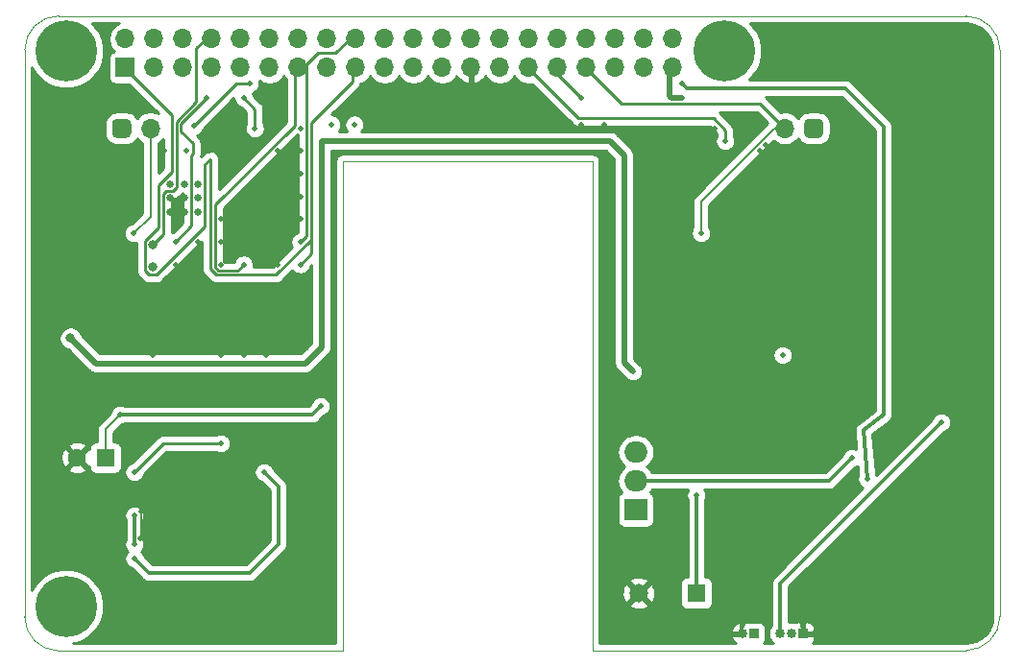
<source format=gbr>
%TF.GenerationSoftware,KiCad,Pcbnew,(5.1.8)-1*%
%TF.CreationDate,2020-12-16T18:45:53+03:00*%
%TF.ProjectId,ledboard,6c656462-6f61-4726-942e-6b696361645f,v0.4.0*%
%TF.SameCoordinates,Original*%
%TF.FileFunction,Copper,L2,Bot*%
%TF.FilePolarity,Positive*%
%FSLAX46Y46*%
G04 Gerber Fmt 4.6, Leading zero omitted, Abs format (unit mm)*
G04 Created by KiCad (PCBNEW (5.1.8)-1) date 2020-12-16 18:45:53*
%MOMM*%
%LPD*%
G01*
G04 APERTURE LIST*
%TA.AperFunction,Profile*%
%ADD10C,0.050000*%
%TD*%
%TA.AperFunction,ComponentPad*%
%ADD11O,0.850000X0.850000*%
%TD*%
%TA.AperFunction,ComponentPad*%
%ADD12R,0.850000X0.850000*%
%TD*%
%TA.AperFunction,ComponentPad*%
%ADD13C,5.400000*%
%TD*%
%TA.AperFunction,ComponentPad*%
%ADD14O,1.700000X1.700000*%
%TD*%
%TA.AperFunction,ComponentPad*%
%ADD15R,1.700000X1.700000*%
%TD*%
%TA.AperFunction,ComponentPad*%
%ADD16C,1.650000*%
%TD*%
%TA.AperFunction,ComponentPad*%
%ADD17R,1.650000X1.650000*%
%TD*%
%TA.AperFunction,ComponentPad*%
%ADD18O,2.000000X1.905000*%
%TD*%
%TA.AperFunction,ComponentPad*%
%ADD19R,2.000000X1.905000*%
%TD*%
%TA.AperFunction,ComponentPad*%
%ADD20C,1.600000*%
%TD*%
%TA.AperFunction,ComponentPad*%
%ADD21R,1.600000X1.600000*%
%TD*%
%TA.AperFunction,ComponentPad*%
%ADD22C,0.650000*%
%TD*%
%TA.AperFunction,ViaPad*%
%ADD23C,0.500000*%
%TD*%
%TA.AperFunction,ViaPad*%
%ADD24C,0.800000*%
%TD*%
%TA.AperFunction,Conductor*%
%ADD25C,0.250000*%
%TD*%
%TA.AperFunction,Conductor*%
%ADD26C,0.200000*%
%TD*%
%TA.AperFunction,Conductor*%
%ADD27C,0.300000*%
%TD*%
%TA.AperFunction,Conductor*%
%ADD28C,0.500000*%
%TD*%
%TA.AperFunction,Conductor*%
%ADD29C,0.254000*%
%TD*%
%TA.AperFunction,Conductor*%
%ADD30C,0.100000*%
%TD*%
G04 APERTURE END LIST*
D10*
X113920000Y-32340000D02*
G75*
G02*
X116920000Y-35340000I0J-3000000D01*
G01*
X30960000Y-35330000D02*
G75*
G02*
X33960000Y-32330000I3000000J0D01*
G01*
X113920000Y-32340000D02*
X33960000Y-32330000D01*
X81000000Y-45140000D02*
X59000000Y-45130000D01*
X81000000Y-45140000D02*
X81000000Y-88300000D01*
X59000000Y-45130000D02*
X59000000Y-88340000D01*
X33960000Y-88340000D02*
G75*
G02*
X30960000Y-85340000I0J3000000D01*
G01*
X116920066Y-85310001D02*
G75*
G02*
X113939999Y-88309999I-3000066J1D01*
G01*
X81000000Y-88300000D02*
X113939999Y-88309999D01*
X116920066Y-85310001D02*
X116920000Y-35340000D01*
X30960000Y-35330000D02*
X30960000Y-85340000D01*
X33960000Y-88340000D02*
X59000000Y-88340000D01*
D11*
%TO.P,J5,3*%
%TO.N,/PWM_LED*%
X97548000Y-86804000D03*
%TO.P,J5,2*%
%TO.N,+5V*%
X98548000Y-86804000D03*
D12*
%TO.P,J5,1*%
%TO.N,GND*%
X99548000Y-86804000D03*
%TD*%
D11*
%TO.P,J6,2*%
%TO.N,GND*%
X94230000Y-86804000D03*
D12*
%TO.P,J6,1*%
%TO.N,Net-(J6-Pad1)*%
X95230000Y-86804000D03*
%TD*%
D13*
%TO.P,REF\u002A\u002A,1*%
%TO.N,N/C*%
X34610000Y-84420000D03*
%TD*%
%TO.P,REF\u002A\u002A,1*%
%TO.N,N/C*%
X92610000Y-35420000D03*
%TD*%
%TO.P,REF\u002A\u002A,1*%
%TO.N,N/C*%
X34610000Y-35420000D03*
%TD*%
D14*
%TO.P,J7,40*%
%TO.N,N/C*%
X88090000Y-34350000D03*
%TO.P,J7,39*%
X88090000Y-36890000D03*
%TO.P,J7,38*%
X85550000Y-34350000D03*
%TO.P,J7,37*%
X85550000Y-36890000D03*
%TO.P,J7,36*%
X83010000Y-34350000D03*
%TO.P,J7,35*%
X83010000Y-36890000D03*
%TO.P,J7,34*%
X80470000Y-34350000D03*
%TO.P,J7,33*%
%TO.N,/CTRL_R*%
X80470000Y-36890000D03*
%TO.P,J7,32*%
%TO.N,N/C*%
X77930000Y-34350000D03*
%TO.P,J7,31*%
%TO.N,/PWM_LED*%
X77930000Y-36890000D03*
%TO.P,J7,30*%
%TO.N,N/C*%
X75390000Y-34350000D03*
%TO.P,J7,29*%
%TO.N,/USR_LED_B*%
X75390000Y-36890000D03*
%TO.P,J7,28*%
%TO.N,N/C*%
X72850000Y-34350000D03*
%TO.P,J7,27*%
X72850000Y-36890000D03*
%TO.P,J7,26*%
X70310000Y-34350000D03*
%TO.P,J7,25*%
%TO.N,GND*%
X70310000Y-36890000D03*
%TO.P,J7,24*%
%TO.N,N/C*%
X67770000Y-34350000D03*
%TO.P,J7,23*%
X67770000Y-36890000D03*
%TO.P,J7,22*%
X65230000Y-34350000D03*
%TO.P,J7,21*%
X65230000Y-36890000D03*
%TO.P,J7,20*%
X62690000Y-34350000D03*
%TO.P,J7,19*%
X62690000Y-36890000D03*
%TO.P,J7,18*%
X60150000Y-34350000D03*
%TO.P,J7,17*%
X60150000Y-36890000D03*
%TO.P,J7,16*%
X57610000Y-34350000D03*
%TO.P,J7,15*%
%TO.N,/FAN_PIN*%
X57610000Y-36890000D03*
%TO.P,J7,14*%
%TO.N,N/C*%
X55070000Y-34350000D03*
%TO.P,J7,13*%
X55070000Y-36890000D03*
%TO.P,J7,12*%
%TO.N,/CTRL_L*%
X52530000Y-34350000D03*
%TO.P,J7,11*%
%TO.N,N/C*%
X52530000Y-36890000D03*
%TO.P,J7,10*%
X49990000Y-34350000D03*
%TO.P,J7,9*%
X49990000Y-36890000D03*
%TO.P,J7,8*%
X47450000Y-34350000D03*
%TO.P,J7,7*%
%TO.N,/USR_LED_A*%
X47450000Y-36890000D03*
%TO.P,J7,6*%
%TO.N,N/C*%
X44910000Y-34350000D03*
%TO.P,J7,5*%
X44910000Y-36890000D03*
%TO.P,J7,4*%
X42370000Y-34350000D03*
%TO.P,J7,3*%
X42370000Y-36890000D03*
%TO.P,J7,2*%
%TO.N,+5V*%
X39830000Y-34350000D03*
D15*
%TO.P,J7,1*%
%TO.N,N/C*%
X39830000Y-36890000D03*
%TD*%
D16*
%TO.P,J8,2*%
%TO.N,GND*%
X85070000Y-83248000D03*
D17*
%TO.P,J8,1*%
%TO.N,+12V*%
X90150000Y-83248000D03*
%TD*%
D18*
%TO.P,M1,3*%
%TO.N,+5V*%
X84816000Y-70802000D03*
%TO.P,M1,2*%
%TO.N,Net-(M1-Pad2)*%
X84816000Y-73342000D03*
D19*
%TO.P,M1,1*%
%TO.N,Net-(J6-Pad1)*%
X84816000Y-75882000D03*
%TD*%
D20*
%TO.P,C12,2*%
%TO.N,GND*%
X35580000Y-71310000D03*
D21*
%TO.P,C12,1*%
%TO.N,+5V*%
X38080000Y-71310000D03*
%TD*%
D22*
%TO.P,D2,3*%
%TO.N,GND*%
X43750000Y-49650000D03*
X45000000Y-48400000D03*
X45000000Y-49650000D03*
X46250000Y-48400000D03*
X46250000Y-49650000D03*
X46250000Y-47150000D03*
X45000000Y-47150000D03*
X43750000Y-47150000D03*
X43750000Y-48400000D03*
%TD*%
%TO.P,D3,3*%
%TO.N,GND*%
X46250000Y-59150000D03*
X45000000Y-60400000D03*
X45000000Y-59150000D03*
X43750000Y-60400000D03*
X43750000Y-59150000D03*
X43750000Y-61650000D03*
X45000000Y-61650000D03*
X46250000Y-61650000D03*
X46250000Y-60400000D03*
%TD*%
%TO.P,D5,3*%
%TO.N,GND*%
X93750000Y-49650000D03*
X95000000Y-48400000D03*
X95000000Y-49650000D03*
X96250000Y-48400000D03*
X96250000Y-49650000D03*
X96250000Y-47150000D03*
X95000000Y-47150000D03*
X93750000Y-47150000D03*
X93750000Y-48400000D03*
%TD*%
%TO.P,D6,3*%
%TO.N,GND*%
X96250000Y-59150000D03*
X95000000Y-60400000D03*
X95000000Y-59150000D03*
X93750000Y-60400000D03*
X93750000Y-59150000D03*
X93750000Y-61650000D03*
X95000000Y-61650000D03*
X96250000Y-61650000D03*
X96250000Y-60400000D03*
%TD*%
%TO.P,J1,1*%
%TO.N,/USR_LED_A*%
%TA.AperFunction,ComponentPad*%
G36*
G01*
X39075000Y-41400000D02*
X39925000Y-41400000D01*
G75*
G02*
X40350000Y-41825000I0J-425000D01*
G01*
X40350000Y-42675000D01*
G75*
G02*
X39925000Y-43100000I-425000J0D01*
G01*
X39075000Y-43100000D01*
G75*
G02*
X38650000Y-42675000I0J425000D01*
G01*
X38650000Y-41825000D01*
G75*
G02*
X39075000Y-41400000I425000J0D01*
G01*
G37*
%TD.AperFunction*%
D14*
%TO.P,J1,2*%
%TO.N,/CTRL_L*%
X42040000Y-42250000D03*
%TD*%
%TO.P,J3,2*%
%TO.N,/CTRL_R*%
X97960000Y-42250000D03*
%TO.P,J3,1*%
%TO.N,/USR_LED_B*%
%TA.AperFunction,ComponentPad*%
G36*
G01*
X100925000Y-43100000D02*
X100075000Y-43100000D01*
G75*
G02*
X99650000Y-42675000I0J425000D01*
G01*
X99650000Y-41825000D01*
G75*
G02*
X100075000Y-41400000I425000J0D01*
G01*
X100925000Y-41400000D01*
G75*
G02*
X101350000Y-41825000I0J-425000D01*
G01*
X101350000Y-42675000D01*
G75*
G02*
X100925000Y-43100000I-425000J0D01*
G01*
G37*
%TD.AperFunction*%
%TD*%
D23*
%TO.N,*%
X55250000Y-52250000D03*
X50250000Y-54250000D03*
X44250000Y-52250000D03*
X46970000Y-39560000D03*
D24*
X42250000Y-52500000D03*
D23*
X55250000Y-54250000D03*
X51250000Y-42250000D03*
X50272000Y-39560000D03*
X97750000Y-62250000D03*
%TO.N,/CTRL_L*%
X40560000Y-51500000D03*
X45866646Y-42044452D03*
X50780000Y-38290000D03*
D24*
%TO.N,/USR_LED_A*%
X42250000Y-54500000D03*
D23*
%TO.N,/USR_LED_B*%
X92690000Y-43370000D03*
%TO.N,/CTRL_R*%
X90560000Y-51500000D03*
%TO.N,Net-(C11-Pad1)*%
X40620000Y-72580000D03*
X48240000Y-70040000D03*
%TO.N,+5V*%
X40620000Y-78930000D03*
X40620000Y-76390000D03*
X39350000Y-67500000D03*
X57050000Y-66760000D03*
%TO.N,/PWM_LED*%
X79990000Y-39560000D03*
X111740000Y-68170000D03*
%TO.N,/FAN_PIN*%
X88880000Y-38290000D03*
X105220000Y-73170000D03*
%TO.N,GND*%
X99750000Y-62250000D03*
D24*
X92500000Y-52500000D03*
X92500000Y-54500000D03*
D23*
X101750000Y-62250000D03*
X103750000Y-62250000D03*
X97750000Y-66250000D03*
X93750000Y-66250000D03*
X91750000Y-64250000D03*
X91750000Y-66250000D03*
X93750000Y-64250000D03*
X95750000Y-64250000D03*
X97750000Y-64250000D03*
X103750000Y-60250000D03*
X103750000Y-58250000D03*
X105750000Y-58250000D03*
X105750000Y-56250000D03*
X103750000Y-56250000D03*
X103750000Y-54250000D03*
X105750000Y-54250000D03*
X105750000Y-52250000D03*
X103750000Y-52250000D03*
X103750000Y-50250000D03*
X105750000Y-50250000D03*
X105750000Y-48250000D03*
X103750000Y-46250000D03*
X103750000Y-48250000D03*
X99750000Y-56250000D03*
X97750000Y-56250000D03*
X97750000Y-58250000D03*
X95750000Y-56250000D03*
X93750000Y-56250000D03*
X91750000Y-56250000D03*
X91750000Y-58250000D03*
X91750000Y-62250000D03*
X97750000Y-54250000D03*
X95750000Y-54250000D03*
X93750000Y-54250000D03*
X93750000Y-52250000D03*
X95750000Y-52250000D03*
X97750000Y-52250000D03*
X99750000Y-54250000D03*
X99750000Y-52250000D03*
X99750000Y-50250000D03*
X97750000Y-50250000D03*
X91750000Y-50250000D03*
X97750000Y-46250000D03*
X97750000Y-44250000D03*
X99750000Y-44250000D03*
X101750000Y-44250000D03*
X95750000Y-44250000D03*
X93750000Y-44250000D03*
X91750000Y-44250000D03*
X91750000Y-46250000D03*
X89750000Y-44250000D03*
X89750000Y-46250000D03*
X87750000Y-46250000D03*
X87750000Y-44250000D03*
X85750000Y-44250000D03*
X85750000Y-46250000D03*
X85750000Y-48250000D03*
X85750000Y-50250000D03*
X93750000Y-42250000D03*
X91750000Y-42250000D03*
X89750000Y-42250000D03*
X87750000Y-42250000D03*
X38250000Y-66250000D03*
X34250000Y-62250000D03*
X42250000Y-66250000D03*
X44250000Y-66250000D03*
X46250000Y-66250000D03*
X48250000Y-66250000D03*
X48250000Y-64250000D03*
X46250000Y-64250000D03*
X44250000Y-64250000D03*
X42250000Y-64250000D03*
X38250000Y-64250000D03*
X48250000Y-62250000D03*
X48250000Y-58250000D03*
X42250000Y-58250000D03*
X42250000Y-62250000D03*
X40250000Y-58250000D03*
X48250000Y-56250000D03*
X46250000Y-56250000D03*
X44250000Y-56250000D03*
X40250000Y-56250000D03*
X48250000Y-54250000D03*
X46250000Y-54250000D03*
X50250000Y-56250000D03*
X55250000Y-58250000D03*
X55250000Y-56250000D03*
X53250000Y-54250000D03*
X53250000Y-56250000D03*
X53250000Y-52250000D03*
X53250000Y-50250000D03*
X55250000Y-50250000D03*
X50250000Y-52250000D03*
X50250000Y-50250000D03*
X48250000Y-50250000D03*
X48250000Y-52250000D03*
X46250000Y-52250000D03*
X48250000Y-46250000D03*
X55250000Y-48250000D03*
X55250000Y-46250000D03*
X53250000Y-44250000D03*
X55250000Y-44250000D03*
X55250000Y-42250000D03*
X53250000Y-42250000D03*
X51250000Y-44250000D03*
X49250000Y-44250000D03*
X47250000Y-44250000D03*
X45250000Y-44250000D03*
X43250000Y-44250000D03*
X34250000Y-50250000D03*
X34250000Y-48250000D03*
X34250000Y-46250000D03*
X36250000Y-46250000D03*
X36250000Y-48250000D03*
X36250000Y-50250000D03*
X38250000Y-46250000D03*
X40250000Y-46250000D03*
X40250000Y-44250000D03*
X38250000Y-44250000D03*
X62000000Y-41900000D03*
X64000000Y-41900000D03*
X66000000Y-41900000D03*
X68000000Y-41900000D03*
X70000000Y-41900000D03*
X72000000Y-41900000D03*
X74000000Y-41900000D03*
X76000000Y-41900000D03*
X78000000Y-41900000D03*
X80000000Y-41900000D03*
X82000000Y-41900000D03*
X55250000Y-60250000D03*
X50250000Y-62250000D03*
X52250000Y-62250000D03*
X42250000Y-56250000D03*
X44250000Y-54250000D03*
X85750000Y-42500000D03*
X90750000Y-42500000D03*
X102250000Y-43750000D03*
X96250000Y-43750000D03*
D24*
X92500000Y-53500000D03*
D23*
X88880000Y-39560000D03*
X39350000Y-52260000D03*
X41200000Y-76060000D03*
X41170000Y-78440000D03*
%TO.N,Net-(M1-Pad2)*%
X103866000Y-71310000D03*
D24*
%TO.N,+12V*%
X35000000Y-60750000D03*
D23*
X40620000Y-80200000D03*
X52050000Y-72580000D03*
X84562000Y-63690000D03*
X90150000Y-74612000D03*
%TO.N,Net-(J7-Pad28)*%
X60000000Y-41900000D03*
%TO.N,Net-(J7-Pad27)*%
X58000000Y-41900000D03*
%TD*%
D25*
%TO.N,*%
X55787001Y-51712999D02*
X55250000Y-52250000D01*
X55787001Y-36618237D02*
X55787001Y-51712999D01*
X56792239Y-35612999D02*
X55787001Y-36618237D01*
X58327001Y-35612999D02*
X56792239Y-35612999D01*
X59830000Y-34110000D02*
X58327001Y-35612999D01*
X54750000Y-36650000D02*
X54750000Y-41972998D01*
X54750000Y-41972998D02*
X47724999Y-48997999D01*
X47724999Y-48997999D02*
X47724999Y-54502001D01*
X47724999Y-54502001D02*
X47997999Y-54775001D01*
X47997999Y-54775001D02*
X49724999Y-54775001D01*
X49724999Y-54775001D02*
X50250000Y-54250000D01*
X45649999Y-50850001D02*
X44250000Y-52250000D01*
X45649999Y-44627003D02*
X45649999Y-50850001D01*
X45775001Y-44502001D02*
X45649999Y-44627003D01*
X45775001Y-43552003D02*
X45775001Y-44502001D01*
X44724999Y-42502001D02*
X45775001Y-43552003D01*
X44724999Y-41805001D02*
X44724999Y-42502001D01*
X46970000Y-39560000D02*
X44724999Y-41805001D01*
X43461999Y-47750001D02*
X43149999Y-48062001D01*
X44038001Y-47750001D02*
X43461999Y-47750001D01*
X44350001Y-47438001D02*
X44038001Y-47750001D01*
X44350001Y-46861999D02*
X44350001Y-47438001D01*
X43149999Y-51600001D02*
X42250000Y-52500000D01*
X44324989Y-46836987D02*
X44350001Y-46861999D01*
X46092999Y-39871303D02*
X44324989Y-41639312D01*
X44324989Y-41639312D02*
X44324989Y-46836987D01*
X46092999Y-35147001D02*
X46092999Y-39871303D01*
X43149999Y-48062001D02*
X43149999Y-51600001D01*
X47130000Y-34110000D02*
X46092999Y-35147001D01*
X55250000Y-54250000D02*
X56187011Y-53312989D01*
X56187011Y-53312989D02*
X56187011Y-41772989D01*
X59830000Y-38130000D02*
X59830000Y-36650000D01*
X56187011Y-41772989D02*
X59830000Y-38130000D01*
X56187011Y-52089991D02*
X56187011Y-41772989D01*
X47832310Y-55175011D02*
X53101991Y-55175011D01*
X47324989Y-54667690D02*
X47832310Y-55175011D01*
X46850001Y-45427001D02*
X47324989Y-44952013D01*
X42574001Y-55175001D02*
X46850001Y-50899001D01*
X41925999Y-55175001D02*
X42574001Y-55175001D01*
X46850001Y-50899001D02*
X46850001Y-45427001D01*
X41574999Y-54824001D02*
X41925999Y-55175001D01*
X47324989Y-44952013D02*
X47324989Y-54667690D01*
X41574999Y-52175999D02*
X41574999Y-54824001D01*
X53101991Y-55175011D02*
X56187011Y-52089991D01*
X42749989Y-51001009D02*
X41574999Y-52175999D01*
X42749989Y-47262009D02*
X42749989Y-51001009D01*
X43924979Y-46087019D02*
X42749989Y-47262009D01*
X43924979Y-41064979D02*
X43924979Y-46087019D01*
X39510000Y-36650000D02*
X43924979Y-41064979D01*
X51250000Y-40538000D02*
X51250000Y-42250000D01*
X50272000Y-39560000D02*
X51250000Y-40538000D01*
D26*
%TO.N,/CTRL_L*%
X42040000Y-50020000D02*
X40560000Y-51500000D01*
X42040000Y-42250000D02*
X42040000Y-50020000D01*
D25*
X45866646Y-42044452D02*
X49621098Y-38290000D01*
X49621098Y-38290000D02*
X50780000Y-38290000D01*
%TO.N,/USR_LED_B*%
X92690000Y-42412998D02*
X92690000Y-43370000D01*
X91652001Y-41374999D02*
X92690000Y-42412998D01*
X75070000Y-36650000D02*
X79794999Y-41374999D01*
X79794999Y-41374999D02*
X91652001Y-41374999D01*
D26*
%TO.N,/CTRL_R*%
X97009998Y-42250000D02*
X97960000Y-42250000D01*
X90560000Y-48699998D02*
X90560000Y-51500000D01*
X97009998Y-42250000D02*
X90560000Y-48699998D01*
D25*
X95795001Y-40085001D02*
X97960000Y-42250000D01*
X83585001Y-40085001D02*
X95795001Y-40085001D01*
X80150000Y-36650000D02*
X83585001Y-40085001D01*
%TO.N,Net-(C11-Pad1)*%
X40620000Y-72580000D02*
X43160000Y-70040000D01*
X43160000Y-70040000D02*
X48240000Y-70040000D01*
D27*
%TO.N,+5V*%
X40620000Y-78930000D02*
X40620000Y-76390000D01*
D26*
X38080000Y-71310000D02*
X38080000Y-68770000D01*
X38080000Y-68770000D02*
X39350000Y-67500000D01*
D27*
X39350000Y-67500000D02*
X56310000Y-67500000D01*
X56310000Y-67500000D02*
X57050000Y-66760000D01*
%TO.N,/PWM_LED*%
X79990000Y-39560000D02*
X77610000Y-37180000D01*
X77610000Y-37180000D02*
X77610000Y-36650000D01*
X97548000Y-82362000D02*
X97548000Y-86804000D01*
X111740000Y-68170000D02*
X97548000Y-82362000D01*
%TO.N,/FAN_PIN*%
X89295001Y-38705001D02*
X88880000Y-38290000D01*
X103265001Y-38705001D02*
X89295001Y-38705001D01*
X106660000Y-42100000D02*
X103265001Y-38705001D01*
X104890000Y-68870000D02*
X106660000Y-67500000D01*
X106660000Y-67500000D02*
X106660000Y-42100000D01*
X105220000Y-73170000D02*
X104890000Y-68870000D01*
D28*
%TO.N,GND*%
X87770000Y-36650000D02*
X87770000Y-39400000D01*
X88880000Y-39560000D02*
X87930000Y-39560000D01*
X87930000Y-39560000D02*
X87770000Y-39400000D01*
D26*
X41200000Y-78410000D02*
X41170000Y-78440000D01*
X41200000Y-76060000D02*
X41200000Y-78410000D01*
D27*
%TO.N,Net-(M1-Pad2)*%
X101834000Y-73342000D02*
X103866000Y-71310000D01*
X84816000Y-73342000D02*
X101834000Y-73342000D01*
D28*
%TO.N,+12V*%
X83800000Y-61150000D02*
X83800000Y-44640000D01*
X83800000Y-62420000D02*
X83800000Y-61150000D01*
X57130000Y-43370000D02*
X57130000Y-61541765D01*
X82530000Y-43370000D02*
X57130000Y-43370000D01*
D27*
X53320000Y-73850000D02*
X52050000Y-72580000D01*
X53320000Y-78930000D02*
X53320000Y-73850000D01*
X50780000Y-81470000D02*
X53320000Y-78930000D01*
X41890000Y-81470000D02*
X50780000Y-81470000D01*
X40620000Y-80200000D02*
X41890000Y-81470000D01*
D28*
X83800000Y-44640000D02*
X82530000Y-43370000D01*
X55671766Y-63000000D02*
X56944883Y-61726883D01*
X37250000Y-63000000D02*
X55671766Y-63000000D01*
X35000000Y-60750000D02*
X37250000Y-63000000D01*
X56944883Y-61726883D02*
X55868520Y-62803245D01*
X57130000Y-61541765D02*
X56944883Y-61726883D01*
X83800000Y-62928000D02*
X84562000Y-63690000D01*
X83800000Y-62420000D02*
X83800000Y-62928000D01*
D27*
X90150000Y-76390000D02*
X90150000Y-83248000D01*
X90150000Y-74612000D02*
X90150000Y-76390000D01*
%TD*%
D29*
%TO.N,GND*%
X39271455Y-32982663D02*
X39130378Y-33041099D01*
X38888467Y-33202739D01*
X38682739Y-33408467D01*
X38521099Y-33650378D01*
X38409760Y-33919175D01*
X38353000Y-34204528D01*
X38353000Y-34495472D01*
X38409760Y-34780825D01*
X38521099Y-35049622D01*
X38682739Y-35291533D01*
X38823475Y-35432269D01*
X38738897Y-35457925D01*
X38629972Y-35516147D01*
X38534499Y-35594499D01*
X38456147Y-35689972D01*
X38397925Y-35798897D01*
X38362073Y-35917087D01*
X38349967Y-36040000D01*
X38349967Y-37740000D01*
X38362073Y-37862913D01*
X38397925Y-37981103D01*
X38456147Y-38090028D01*
X38534499Y-38185501D01*
X38629972Y-38263853D01*
X38738897Y-38322075D01*
X38857087Y-38357927D01*
X38980000Y-38370033D01*
X40166545Y-38370033D01*
X42736188Y-40939676D01*
X42470825Y-40829760D01*
X42185472Y-40773000D01*
X41894528Y-40773000D01*
X41609175Y-40829760D01*
X41340378Y-40941099D01*
X41098467Y-41102739D01*
X40892739Y-41308467D01*
X40863126Y-41352787D01*
X40802228Y-41238855D01*
X40671021Y-41078979D01*
X40511145Y-40947772D01*
X40328744Y-40850277D01*
X40130827Y-40790239D01*
X39925000Y-40769967D01*
X39075000Y-40769967D01*
X38869173Y-40790239D01*
X38671256Y-40850277D01*
X38488855Y-40947772D01*
X38328979Y-41078979D01*
X38197772Y-41238855D01*
X38100277Y-41421256D01*
X38040239Y-41619173D01*
X38019967Y-41825000D01*
X38019967Y-42675000D01*
X38040239Y-42880827D01*
X38100277Y-43078744D01*
X38197772Y-43261145D01*
X38328979Y-43421021D01*
X38488855Y-43552228D01*
X38671256Y-43649723D01*
X38869173Y-43709761D01*
X39075000Y-43730033D01*
X39925000Y-43730033D01*
X40130827Y-43709761D01*
X40328744Y-43649723D01*
X40511145Y-43552228D01*
X40671021Y-43421021D01*
X40802228Y-43261145D01*
X40863126Y-43147213D01*
X40892739Y-43191533D01*
X41098467Y-43397261D01*
X41313000Y-43540608D01*
X41313001Y-49718866D01*
X40392789Y-50639079D01*
X40304189Y-50656703D01*
X40144585Y-50722813D01*
X40000945Y-50818790D01*
X39878790Y-50940945D01*
X39782813Y-51084585D01*
X39716703Y-51244189D01*
X39683000Y-51413623D01*
X39683000Y-51586377D01*
X39716703Y-51755811D01*
X39782813Y-51915415D01*
X39878790Y-52059055D01*
X40000945Y-52181210D01*
X40144585Y-52277187D01*
X40304189Y-52343297D01*
X40473623Y-52377000D01*
X40646377Y-52377000D01*
X40815811Y-52343297D01*
X40822999Y-52340320D01*
X40823000Y-54787056D01*
X40819361Y-54824001D01*
X40828995Y-54921811D01*
X40833881Y-54971419D01*
X40844865Y-55007626D01*
X40876881Y-55113170D01*
X40946709Y-55243811D01*
X41011229Y-55322428D01*
X41040683Y-55358318D01*
X41069374Y-55381864D01*
X41368132Y-55680622D01*
X41391682Y-55709318D01*
X41506189Y-55803291D01*
X41636829Y-55873119D01*
X41778581Y-55916120D01*
X41889061Y-55927001D01*
X41889063Y-55927001D01*
X41925999Y-55930639D01*
X41962934Y-55927001D01*
X42537066Y-55927001D01*
X42574001Y-55930639D01*
X42610936Y-55927001D01*
X42610939Y-55927001D01*
X42721419Y-55916120D01*
X42863171Y-55873119D01*
X42993811Y-55803291D01*
X43108318Y-55709318D01*
X43131868Y-55680622D01*
X46572990Y-52239501D01*
X46572990Y-54630744D01*
X46569351Y-54667690D01*
X46583871Y-54815107D01*
X46626871Y-54956859D01*
X46696699Y-55087500D01*
X46731817Y-55130291D01*
X46790673Y-55202007D01*
X46819363Y-55225552D01*
X47274447Y-55680637D01*
X47297993Y-55709328D01*
X47326684Y-55732874D01*
X47412499Y-55803301D01*
X47482327Y-55840624D01*
X47543140Y-55873129D01*
X47684892Y-55916130D01*
X47795372Y-55927011D01*
X47795374Y-55927011D01*
X47832309Y-55930649D01*
X47869245Y-55927011D01*
X53065056Y-55927011D01*
X53101991Y-55930649D01*
X53138926Y-55927011D01*
X53138929Y-55927011D01*
X53249409Y-55916130D01*
X53391161Y-55873129D01*
X53521801Y-55803301D01*
X53636308Y-55709328D01*
X53659858Y-55680632D01*
X54553828Y-54786662D01*
X54568790Y-54809055D01*
X54690945Y-54931210D01*
X54834585Y-55027187D01*
X54994189Y-55093297D01*
X55163623Y-55127000D01*
X55336377Y-55127000D01*
X55505811Y-55093297D01*
X55665415Y-55027187D01*
X55809055Y-54931210D01*
X55931210Y-54809055D01*
X56027187Y-54665415D01*
X56093297Y-54505811D01*
X56102142Y-54461346D01*
X56253001Y-54310487D01*
X56253001Y-61178499D01*
X55771386Y-61660115D01*
X55308501Y-62123000D01*
X37613265Y-62123000D01*
X35999162Y-60508897D01*
X35987533Y-60450435D01*
X35910115Y-60263533D01*
X35797723Y-60095326D01*
X35654674Y-59952277D01*
X35486467Y-59839885D01*
X35299565Y-59762467D01*
X35101151Y-59723000D01*
X34898849Y-59723000D01*
X34700435Y-59762467D01*
X34513533Y-59839885D01*
X34345326Y-59952277D01*
X34202277Y-60095326D01*
X34089885Y-60263533D01*
X34012467Y-60450435D01*
X33973000Y-60648849D01*
X33973000Y-60851151D01*
X34012467Y-61049565D01*
X34089885Y-61236467D01*
X34202277Y-61404674D01*
X34345326Y-61547723D01*
X34513533Y-61660115D01*
X34700435Y-61737533D01*
X34758897Y-61749162D01*
X36599403Y-63589668D01*
X36626867Y-63623133D01*
X36708345Y-63690000D01*
X36760408Y-63732727D01*
X36912763Y-63814162D01*
X37078077Y-63864310D01*
X37250000Y-63881243D01*
X37293079Y-63877000D01*
X55628687Y-63877000D01*
X55671766Y-63881243D01*
X55714845Y-63877000D01*
X55843688Y-63864310D01*
X56009003Y-63814162D01*
X56161358Y-63732727D01*
X56294899Y-63623133D01*
X56322363Y-63589668D01*
X57595476Y-62316555D01*
X57595482Y-62316548D01*
X57719664Y-62192365D01*
X57753133Y-62164898D01*
X57862727Y-62031357D01*
X57944162Y-61879002D01*
X57994310Y-61713687D01*
X58007000Y-61584844D01*
X58007000Y-61584842D01*
X58011243Y-61541763D01*
X58007000Y-61498686D01*
X58007000Y-44247000D01*
X82166735Y-44247000D01*
X82923001Y-45003266D01*
X82923000Y-61193078D01*
X82923001Y-61193088D01*
X82923000Y-62376921D01*
X82923000Y-62884921D01*
X82918757Y-62928000D01*
X82923000Y-62971079D01*
X82935690Y-63099922D01*
X82985838Y-63265237D01*
X83005084Y-63301243D01*
X83067274Y-63417592D01*
X83149406Y-63517671D01*
X83149409Y-63517674D01*
X83176868Y-63551133D01*
X83210327Y-63578592D01*
X83972328Y-64340594D01*
X83972334Y-64340599D01*
X84002945Y-64371210D01*
X84038943Y-64395263D01*
X84072407Y-64422726D01*
X84110585Y-64443132D01*
X84146585Y-64467187D01*
X84186586Y-64483756D01*
X84224763Y-64504162D01*
X84266190Y-64516729D01*
X84306189Y-64533297D01*
X84348650Y-64541743D01*
X84390077Y-64554310D01*
X84433159Y-64558553D01*
X84475623Y-64567000D01*
X84518920Y-64567000D01*
X84562000Y-64571243D01*
X84605079Y-64567000D01*
X84648377Y-64567000D01*
X84690842Y-64558553D01*
X84733922Y-64554310D01*
X84775348Y-64541744D01*
X84817811Y-64533297D01*
X84857811Y-64516729D01*
X84899237Y-64504162D01*
X84937413Y-64483756D01*
X84977415Y-64467187D01*
X85013418Y-64443130D01*
X85051592Y-64422726D01*
X85085052Y-64395266D01*
X85121055Y-64371210D01*
X85151671Y-64340594D01*
X85185133Y-64313133D01*
X85212595Y-64279670D01*
X85243210Y-64249055D01*
X85267266Y-64213052D01*
X85294726Y-64179592D01*
X85315130Y-64141418D01*
X85339187Y-64105415D01*
X85355756Y-64065413D01*
X85376162Y-64027237D01*
X85388729Y-63985811D01*
X85405297Y-63945811D01*
X85413744Y-63903348D01*
X85426310Y-63861922D01*
X85430553Y-63818842D01*
X85439000Y-63776377D01*
X85439000Y-63733079D01*
X85443243Y-63690000D01*
X85439000Y-63646920D01*
X85439000Y-63603623D01*
X85430553Y-63561159D01*
X85426310Y-63518077D01*
X85413743Y-63476650D01*
X85405297Y-63434189D01*
X85388729Y-63394190D01*
X85376162Y-63352763D01*
X85355756Y-63314586D01*
X85339187Y-63274585D01*
X85315132Y-63238585D01*
X85294726Y-63200407D01*
X85267263Y-63166943D01*
X85243210Y-63130945D01*
X85212599Y-63100334D01*
X85212594Y-63100328D01*
X84677000Y-62564735D01*
X84677000Y-62163623D01*
X96873000Y-62163623D01*
X96873000Y-62336377D01*
X96906703Y-62505811D01*
X96972813Y-62665415D01*
X97068790Y-62809055D01*
X97190945Y-62931210D01*
X97334585Y-63027187D01*
X97494189Y-63093297D01*
X97663623Y-63127000D01*
X97836377Y-63127000D01*
X98005811Y-63093297D01*
X98165415Y-63027187D01*
X98309055Y-62931210D01*
X98431210Y-62809055D01*
X98527187Y-62665415D01*
X98593297Y-62505811D01*
X98627000Y-62336377D01*
X98627000Y-62163623D01*
X98593297Y-61994189D01*
X98527187Y-61834585D01*
X98431210Y-61690945D01*
X98309055Y-61568790D01*
X98165415Y-61472813D01*
X98005811Y-61406703D01*
X97836377Y-61373000D01*
X97663623Y-61373000D01*
X97494189Y-61406703D01*
X97334585Y-61472813D01*
X97190945Y-61568790D01*
X97068790Y-61690945D01*
X96972813Y-61834585D01*
X96906703Y-61994189D01*
X96873000Y-62163623D01*
X84677000Y-62163623D01*
X84677000Y-44683069D01*
X84681242Y-44639999D01*
X84677000Y-44596930D01*
X84677000Y-44596921D01*
X84664310Y-44468078D01*
X84614162Y-44302763D01*
X84532727Y-44150408D01*
X84423133Y-44016867D01*
X84389668Y-43989403D01*
X83180597Y-42780332D01*
X83153133Y-42746867D01*
X83019592Y-42637273D01*
X82867237Y-42555838D01*
X82701922Y-42505690D01*
X82573079Y-42493000D01*
X82530000Y-42488757D01*
X82486921Y-42493000D01*
X60647265Y-42493000D01*
X60681210Y-42459055D01*
X60777187Y-42315415D01*
X60843297Y-42155811D01*
X60877000Y-41986377D01*
X60877000Y-41813623D01*
X60843297Y-41644189D01*
X60777187Y-41484585D01*
X60681210Y-41340945D01*
X60559055Y-41218790D01*
X60415415Y-41122813D01*
X60255811Y-41056703D01*
X60086377Y-41023000D01*
X59913623Y-41023000D01*
X59744189Y-41056703D01*
X59584585Y-41122813D01*
X59440945Y-41218790D01*
X59318790Y-41340945D01*
X59222813Y-41484585D01*
X59156703Y-41644189D01*
X59123000Y-41813623D01*
X59123000Y-41986377D01*
X59156703Y-42155811D01*
X59222813Y-42315415D01*
X59318790Y-42459055D01*
X59352735Y-42493000D01*
X58647265Y-42493000D01*
X58681210Y-42459055D01*
X58777187Y-42315415D01*
X58843297Y-42155811D01*
X58877000Y-41986377D01*
X58877000Y-41813623D01*
X58843297Y-41644189D01*
X58777187Y-41484585D01*
X58681210Y-41340945D01*
X58559055Y-41218790D01*
X58415415Y-41122813D01*
X58255811Y-41056703D01*
X58086377Y-41023000D01*
X58000488Y-41023000D01*
X60335627Y-38687862D01*
X60364317Y-38664317D01*
X60426306Y-38588783D01*
X60458290Y-38549811D01*
X60528117Y-38419171D01*
X60528118Y-38419170D01*
X60559900Y-38314402D01*
X60580825Y-38310240D01*
X60849622Y-38198901D01*
X61091533Y-38037261D01*
X61297261Y-37831533D01*
X61420000Y-37647841D01*
X61542739Y-37831533D01*
X61748467Y-38037261D01*
X61990378Y-38198901D01*
X62259175Y-38310240D01*
X62544528Y-38367000D01*
X62835472Y-38367000D01*
X63120825Y-38310240D01*
X63389622Y-38198901D01*
X63631533Y-38037261D01*
X63837261Y-37831533D01*
X63960000Y-37647841D01*
X64082739Y-37831533D01*
X64288467Y-38037261D01*
X64530378Y-38198901D01*
X64799175Y-38310240D01*
X65084528Y-38367000D01*
X65375472Y-38367000D01*
X65660825Y-38310240D01*
X65929622Y-38198901D01*
X66171533Y-38037261D01*
X66377261Y-37831533D01*
X66500000Y-37647841D01*
X66622739Y-37831533D01*
X66828467Y-38037261D01*
X67070378Y-38198901D01*
X67339175Y-38310240D01*
X67624528Y-38367000D01*
X67915472Y-38367000D01*
X68200825Y-38310240D01*
X68469622Y-38198901D01*
X68711533Y-38037261D01*
X68917261Y-37831533D01*
X69040660Y-37646853D01*
X69114822Y-37771355D01*
X69309731Y-37987588D01*
X69543080Y-38161641D01*
X69805901Y-38286825D01*
X69953110Y-38331476D01*
X70183000Y-38210155D01*
X70183000Y-37017000D01*
X70163000Y-37017000D01*
X70163000Y-36763000D01*
X70183000Y-36763000D01*
X70183000Y-36743000D01*
X70437000Y-36743000D01*
X70437000Y-36763000D01*
X70457000Y-36763000D01*
X70457000Y-37017000D01*
X70437000Y-37017000D01*
X70437000Y-38210155D01*
X70666890Y-38331476D01*
X70814099Y-38286825D01*
X71076920Y-38161641D01*
X71310269Y-37987588D01*
X71505178Y-37771355D01*
X71579340Y-37646853D01*
X71702739Y-37831533D01*
X71908467Y-38037261D01*
X72150378Y-38198901D01*
X72419175Y-38310240D01*
X72704528Y-38367000D01*
X72995472Y-38367000D01*
X73280825Y-38310240D01*
X73549622Y-38198901D01*
X73791533Y-38037261D01*
X73997261Y-37831533D01*
X74120000Y-37647841D01*
X74242739Y-37831533D01*
X74448467Y-38037261D01*
X74690378Y-38198901D01*
X74959175Y-38310240D01*
X75244528Y-38367000D01*
X75535472Y-38367000D01*
X75692314Y-38335802D01*
X79237132Y-41880620D01*
X79260682Y-41909316D01*
X79375189Y-42003289D01*
X79505829Y-42073117D01*
X79647581Y-42116118D01*
X79758061Y-42126999D01*
X79758063Y-42126999D01*
X79794999Y-42130637D01*
X79831934Y-42126999D01*
X91340513Y-42126999D01*
X91938000Y-42724487D01*
X91938001Y-42916889D01*
X91912813Y-42954585D01*
X91846703Y-43114189D01*
X91813000Y-43283623D01*
X91813000Y-43456377D01*
X91846703Y-43625811D01*
X91912813Y-43785415D01*
X92008790Y-43929055D01*
X92130945Y-44051210D01*
X92274585Y-44147187D01*
X92434189Y-44213297D01*
X92603623Y-44247000D01*
X92776377Y-44247000D01*
X92945811Y-44213297D01*
X93105415Y-44147187D01*
X93249055Y-44051210D01*
X93371210Y-43929055D01*
X93467187Y-43785415D01*
X93533297Y-43625811D01*
X93567000Y-43456377D01*
X93567000Y-43283623D01*
X93533297Y-43114189D01*
X93467187Y-42954585D01*
X93442000Y-42916890D01*
X93442000Y-42449933D01*
X93445638Y-42412997D01*
X93438195Y-42337429D01*
X93431119Y-42265580D01*
X93388118Y-42123828D01*
X93327242Y-42009936D01*
X93318290Y-41993187D01*
X93247863Y-41907372D01*
X93224317Y-41878681D01*
X93195627Y-41855136D01*
X92209868Y-40869378D01*
X92186318Y-40840682D01*
X92181833Y-40837001D01*
X95483513Y-40837001D01*
X96439188Y-41792676D01*
X90071189Y-48160677D01*
X90043446Y-48183445D01*
X89960663Y-48284318D01*
X89952598Y-48294145D01*
X89885090Y-48420442D01*
X89843520Y-48557481D01*
X89829483Y-48699998D01*
X89833000Y-48735706D01*
X89833001Y-51009473D01*
X89782813Y-51084585D01*
X89716703Y-51244189D01*
X89683000Y-51413623D01*
X89683000Y-51586377D01*
X89716703Y-51755811D01*
X89782813Y-51915415D01*
X89878790Y-52059055D01*
X90000945Y-52181210D01*
X90144585Y-52277187D01*
X90304189Y-52343297D01*
X90473623Y-52377000D01*
X90646377Y-52377000D01*
X90815811Y-52343297D01*
X90975415Y-52277187D01*
X91119055Y-52181210D01*
X91241210Y-52059055D01*
X91337187Y-51915415D01*
X91403297Y-51755811D01*
X91437000Y-51586377D01*
X91437000Y-51413623D01*
X91403297Y-51244189D01*
X91337187Y-51084585D01*
X91287000Y-51009475D01*
X91287000Y-49001130D01*
X96954669Y-43333463D01*
X97018467Y-43397261D01*
X97260378Y-43558901D01*
X97529175Y-43670240D01*
X97814528Y-43727000D01*
X98105472Y-43727000D01*
X98390825Y-43670240D01*
X98659622Y-43558901D01*
X98901533Y-43397261D01*
X99107261Y-43191533D01*
X99136874Y-43147213D01*
X99197772Y-43261145D01*
X99328979Y-43421021D01*
X99488855Y-43552228D01*
X99671256Y-43649723D01*
X99869173Y-43709761D01*
X100075000Y-43730033D01*
X100925000Y-43730033D01*
X101130827Y-43709761D01*
X101328744Y-43649723D01*
X101511145Y-43552228D01*
X101671021Y-43421021D01*
X101802228Y-43261145D01*
X101899723Y-43078744D01*
X101959761Y-42880827D01*
X101980033Y-42675000D01*
X101980033Y-41825000D01*
X101959761Y-41619173D01*
X101899723Y-41421256D01*
X101802228Y-41238855D01*
X101671021Y-41078979D01*
X101511145Y-40947772D01*
X101328744Y-40850277D01*
X101130827Y-40790239D01*
X100925000Y-40769967D01*
X100075000Y-40769967D01*
X99869173Y-40790239D01*
X99671256Y-40850277D01*
X99488855Y-40947772D01*
X99328979Y-41078979D01*
X99197772Y-41238855D01*
X99136874Y-41352787D01*
X99107261Y-41308467D01*
X98901533Y-41102739D01*
X98659622Y-40941099D01*
X98390825Y-40829760D01*
X98105472Y-40773000D01*
X97814528Y-40773000D01*
X97590959Y-40817470D01*
X96352868Y-39579380D01*
X96329318Y-39550684D01*
X96245627Y-39482001D01*
X102943158Y-39482001D01*
X105883001Y-42421845D01*
X105883000Y-67118849D01*
X104442454Y-68233850D01*
X104407832Y-68255918D01*
X104354492Y-68307004D01*
X104300841Y-68357677D01*
X104299264Y-68359897D01*
X104297294Y-68361784D01*
X104254967Y-68422264D01*
X104212212Y-68482460D01*
X104211096Y-68484950D01*
X104209535Y-68487181D01*
X104179829Y-68554737D01*
X104149631Y-68622136D01*
X104149023Y-68624793D01*
X104147926Y-68627288D01*
X104131962Y-68699376D01*
X104115500Y-68771338D01*
X104115422Y-68774062D01*
X104114833Y-68776723D01*
X104113239Y-68850601D01*
X104111135Y-68924330D01*
X104117991Y-68964802D01*
X104236912Y-70514379D01*
X104121811Y-70466703D01*
X103952377Y-70433000D01*
X103779623Y-70433000D01*
X103610189Y-70466703D01*
X103450585Y-70532813D01*
X103306945Y-70628790D01*
X103184790Y-70750945D01*
X103088813Y-70894585D01*
X103022703Y-71054189D01*
X103022637Y-71054519D01*
X101512157Y-72565000D01*
X86239160Y-72565000D01*
X86183160Y-72460231D01*
X85985779Y-72219721D01*
X85805780Y-72072000D01*
X85985779Y-71924279D01*
X86183160Y-71683769D01*
X86329828Y-71409373D01*
X86420146Y-71111636D01*
X86450642Y-70802000D01*
X86420146Y-70492364D01*
X86329828Y-70194627D01*
X86183160Y-69920231D01*
X85985779Y-69679721D01*
X85745269Y-69482340D01*
X85470873Y-69335672D01*
X85173136Y-69245354D01*
X84941092Y-69222500D01*
X84690908Y-69222500D01*
X84458864Y-69245354D01*
X84161127Y-69335672D01*
X83886731Y-69482340D01*
X83646221Y-69679721D01*
X83448840Y-69920231D01*
X83302172Y-70194627D01*
X83211854Y-70492364D01*
X83181358Y-70802000D01*
X83211854Y-71111636D01*
X83302172Y-71409373D01*
X83448840Y-71683769D01*
X83646221Y-71924279D01*
X83826220Y-72072000D01*
X83646221Y-72219721D01*
X83448840Y-72460231D01*
X83302172Y-72734627D01*
X83211854Y-73032364D01*
X83181358Y-73342000D01*
X83211854Y-73651636D01*
X83302172Y-73949373D01*
X83448840Y-74223769D01*
X83557815Y-74356556D01*
X83465972Y-74405647D01*
X83370499Y-74483999D01*
X83292147Y-74579472D01*
X83233925Y-74688397D01*
X83198073Y-74806587D01*
X83185967Y-74929500D01*
X83185967Y-76834500D01*
X83198073Y-76957413D01*
X83233925Y-77075603D01*
X83292147Y-77184528D01*
X83370499Y-77280001D01*
X83465972Y-77358353D01*
X83574897Y-77416575D01*
X83693087Y-77452427D01*
X83816000Y-77464533D01*
X85816000Y-77464533D01*
X85938913Y-77452427D01*
X86057103Y-77416575D01*
X86166028Y-77358353D01*
X86261501Y-77280001D01*
X86339853Y-77184528D01*
X86398075Y-77075603D01*
X86433927Y-76957413D01*
X86446033Y-76834500D01*
X86446033Y-74929500D01*
X86433927Y-74806587D01*
X86398075Y-74688397D01*
X86339853Y-74579472D01*
X86261501Y-74483999D01*
X86166028Y-74405647D01*
X86074185Y-74356556D01*
X86183160Y-74223769D01*
X86239160Y-74119000D01*
X89424654Y-74119000D01*
X89372813Y-74196585D01*
X89306703Y-74356189D01*
X89273000Y-74525623D01*
X89273000Y-74698377D01*
X89306703Y-74867811D01*
X89372813Y-75027415D01*
X89373000Y-75027695D01*
X89373001Y-76351825D01*
X89373000Y-76351835D01*
X89373001Y-81792967D01*
X89325000Y-81792967D01*
X89202087Y-81805073D01*
X89083897Y-81840925D01*
X88974972Y-81899147D01*
X88879499Y-81977499D01*
X88801147Y-82072972D01*
X88742925Y-82181897D01*
X88707073Y-82300087D01*
X88694967Y-82423000D01*
X88694967Y-84073000D01*
X88707073Y-84195913D01*
X88742925Y-84314103D01*
X88801147Y-84423028D01*
X88879499Y-84518501D01*
X88974972Y-84596853D01*
X89083897Y-84655075D01*
X89202087Y-84690927D01*
X89325000Y-84703033D01*
X90975000Y-84703033D01*
X91097913Y-84690927D01*
X91216103Y-84655075D01*
X91325028Y-84596853D01*
X91420501Y-84518501D01*
X91498853Y-84423028D01*
X91557075Y-84314103D01*
X91592927Y-84195913D01*
X91605033Y-84073000D01*
X91605033Y-82423000D01*
X91592927Y-82300087D01*
X91557075Y-82181897D01*
X91498853Y-82072972D01*
X91420501Y-81977499D01*
X91325028Y-81899147D01*
X91216103Y-81840925D01*
X91097913Y-81805073D01*
X90975000Y-81792967D01*
X90927000Y-81792967D01*
X90927000Y-75027695D01*
X90927187Y-75027415D01*
X90993297Y-74867811D01*
X91027000Y-74698377D01*
X91027000Y-74525623D01*
X90993297Y-74356189D01*
X90927187Y-74196585D01*
X90875346Y-74119000D01*
X101795837Y-74119000D01*
X101834000Y-74122759D01*
X101872163Y-74119000D01*
X101872166Y-74119000D01*
X101986319Y-74107757D01*
X102132784Y-74063327D01*
X102267766Y-73991177D01*
X102386080Y-73894080D01*
X102410412Y-73864431D01*
X104121481Y-72153363D01*
X104121811Y-72153297D01*
X104281415Y-72087187D01*
X104353899Y-72038755D01*
X104414146Y-72823793D01*
X104376703Y-72914189D01*
X104343000Y-73083623D01*
X104343000Y-73256377D01*
X104376703Y-73425811D01*
X104442813Y-73585415D01*
X104538790Y-73729055D01*
X104660945Y-73851210D01*
X104804585Y-73947187D01*
X104846576Y-73964580D01*
X97025570Y-81785587D01*
X96995920Y-81809920D01*
X96948644Y-81867527D01*
X96898823Y-81928234D01*
X96865313Y-81990927D01*
X96826673Y-82063217D01*
X96782243Y-82209682D01*
X96773339Y-82300087D01*
X96767241Y-82362000D01*
X96771000Y-82400163D01*
X96771001Y-86093246D01*
X96730858Y-86133389D01*
X96615730Y-86305691D01*
X96536428Y-86497143D01*
X96496000Y-86700387D01*
X96496000Y-86907613D01*
X96536428Y-87110857D01*
X96615730Y-87302309D01*
X96730858Y-87474611D01*
X96877389Y-87621142D01*
X96924820Y-87652834D01*
X96118483Y-87652590D01*
X96178853Y-87579028D01*
X96237075Y-87470103D01*
X96272927Y-87351913D01*
X96285033Y-87229000D01*
X96285033Y-86379000D01*
X96272927Y-86256087D01*
X96237075Y-86137897D01*
X96178853Y-86028972D01*
X96100501Y-85933499D01*
X96005028Y-85855147D01*
X95896103Y-85796925D01*
X95777913Y-85761073D01*
X95655000Y-85748967D01*
X94805000Y-85748967D01*
X94682087Y-85761073D01*
X94563897Y-85796925D01*
X94561873Y-85798007D01*
X94555250Y-85795128D01*
X94520062Y-85784460D01*
X94357000Y-85911743D01*
X94357000Y-85936544D01*
X94281147Y-86028972D01*
X94222925Y-86137897D01*
X94187073Y-86256087D01*
X94174967Y-86379000D01*
X94174967Y-86951000D01*
X94103000Y-86951000D01*
X94103000Y-86931000D01*
X93336379Y-86931000D01*
X93210453Y-87094064D01*
X93286632Y-87287394D01*
X93399064Y-87462148D01*
X93543429Y-87611609D01*
X93601415Y-87651826D01*
X81652000Y-87648199D01*
X81652000Y-86513936D01*
X93210453Y-86513936D01*
X93336379Y-86677000D01*
X94103000Y-86677000D01*
X94103000Y-85911743D01*
X93939938Y-85784460D01*
X93904750Y-85795128D01*
X93714178Y-85877966D01*
X93543429Y-85996391D01*
X93399064Y-86145852D01*
X93286632Y-86320606D01*
X93210453Y-86513936D01*
X81652000Y-86513936D01*
X81652000Y-84258551D01*
X84239054Y-84258551D01*
X84313663Y-84505073D01*
X84573439Y-84628473D01*
X84852297Y-84698823D01*
X85139521Y-84713417D01*
X85424074Y-84671697D01*
X85695020Y-84575265D01*
X85826337Y-84505073D01*
X85900946Y-84258551D01*
X85070000Y-83427605D01*
X84239054Y-84258551D01*
X81652000Y-84258551D01*
X81652000Y-83317521D01*
X83604583Y-83317521D01*
X83646303Y-83602074D01*
X83742735Y-83873020D01*
X83812927Y-84004337D01*
X84059449Y-84078946D01*
X84890395Y-83248000D01*
X85249605Y-83248000D01*
X86080551Y-84078946D01*
X86327073Y-84004337D01*
X86450473Y-83744561D01*
X86520823Y-83465703D01*
X86535417Y-83178479D01*
X86493697Y-82893926D01*
X86397265Y-82622980D01*
X86327073Y-82491663D01*
X86080551Y-82417054D01*
X85249605Y-83248000D01*
X84890395Y-83248000D01*
X84059449Y-82417054D01*
X83812927Y-82491663D01*
X83689527Y-82751439D01*
X83619177Y-83030297D01*
X83604583Y-83317521D01*
X81652000Y-83317521D01*
X81652000Y-82237449D01*
X84239054Y-82237449D01*
X85070000Y-83068395D01*
X85900946Y-82237449D01*
X85826337Y-81990927D01*
X85566561Y-81867527D01*
X85287703Y-81797177D01*
X85000479Y-81782583D01*
X84715926Y-81824303D01*
X84444980Y-81920735D01*
X84313663Y-81990927D01*
X84239054Y-82237449D01*
X81652000Y-82237449D01*
X81652000Y-45172161D01*
X81655153Y-45140297D01*
X81652000Y-45108136D01*
X81652000Y-45107978D01*
X81648661Y-45074081D01*
X81642622Y-45012479D01*
X81642580Y-45012341D01*
X81642565Y-45012186D01*
X81623217Y-44948403D01*
X81605396Y-44889559D01*
X81605328Y-44889432D01*
X81605283Y-44889283D01*
X81574211Y-44831151D01*
X81544906Y-44776264D01*
X81544813Y-44776150D01*
X81544741Y-44776016D01*
X81503276Y-44725491D01*
X81463474Y-44676947D01*
X81463361Y-44676854D01*
X81463264Y-44676736D01*
X81413115Y-44635580D01*
X81364231Y-44595425D01*
X81364100Y-44595355D01*
X81363983Y-44595259D01*
X81306354Y-44564456D01*
X81250991Y-44534832D01*
X81250852Y-44534790D01*
X81250716Y-44534717D01*
X81187535Y-44515551D01*
X81128105Y-44497494D01*
X81127960Y-44497480D01*
X81127813Y-44497435D01*
X81062891Y-44491040D01*
X81032318Y-44488015D01*
X81032173Y-44488015D01*
X81000000Y-44484846D01*
X80968122Y-44487986D01*
X59032175Y-44478015D01*
X59000000Y-44474846D01*
X58935357Y-44481213D01*
X58872479Y-44487377D01*
X58872336Y-44487420D01*
X58872186Y-44487435D01*
X58809381Y-44506487D01*
X58749559Y-44524604D01*
X58749432Y-44524672D01*
X58749283Y-44524717D01*
X58691151Y-44555789D01*
X58636264Y-44585094D01*
X58636150Y-44585187D01*
X58636016Y-44585259D01*
X58585491Y-44626724D01*
X58536947Y-44666526D01*
X58536854Y-44666639D01*
X58536736Y-44666736D01*
X58495580Y-44716885D01*
X58455425Y-44765769D01*
X58455355Y-44765900D01*
X58455259Y-44766017D01*
X58424707Y-44823177D01*
X58394832Y-44879008D01*
X58394789Y-44879149D01*
X58394717Y-44879284D01*
X58375737Y-44941854D01*
X58357494Y-45001894D01*
X58357480Y-45002040D01*
X58357435Y-45002187D01*
X58350977Y-45067749D01*
X58344847Y-45129703D01*
X58348000Y-45161867D01*
X58348001Y-87688000D01*
X35234293Y-87688000D01*
X35580450Y-87619145D01*
X36185925Y-87368349D01*
X36730839Y-87004250D01*
X37194250Y-86540839D01*
X37558349Y-85995925D01*
X37809145Y-85390450D01*
X37937000Y-84747681D01*
X37937000Y-84092319D01*
X37809145Y-83449550D01*
X37558349Y-82844075D01*
X37194250Y-82299161D01*
X36730839Y-81835750D01*
X36185925Y-81471651D01*
X35580450Y-81220855D01*
X34937681Y-81093000D01*
X34282319Y-81093000D01*
X33639550Y-81220855D01*
X33034075Y-81471651D01*
X32489161Y-81835750D01*
X32025750Y-82299161D01*
X31661651Y-82844075D01*
X31612000Y-82963943D01*
X31612000Y-76303623D01*
X39743000Y-76303623D01*
X39743000Y-76476377D01*
X39776703Y-76645811D01*
X39842813Y-76805415D01*
X39843001Y-76805696D01*
X39843000Y-78514305D01*
X39842813Y-78514585D01*
X39776703Y-78674189D01*
X39743000Y-78843623D01*
X39743000Y-79016377D01*
X39776703Y-79185811D01*
X39842813Y-79345415D01*
X39938790Y-79489055D01*
X40014735Y-79565000D01*
X39938790Y-79640945D01*
X39842813Y-79784585D01*
X39776703Y-79944189D01*
X39743000Y-80113623D01*
X39743000Y-80286377D01*
X39776703Y-80455811D01*
X39842813Y-80615415D01*
X39938790Y-80759055D01*
X40060945Y-80881210D01*
X40204585Y-80977187D01*
X40364189Y-81043297D01*
X40364519Y-81043363D01*
X41313592Y-81992436D01*
X41337920Y-82022080D01*
X41367564Y-82046408D01*
X41367565Y-82046409D01*
X41456233Y-82119177D01*
X41573574Y-82181897D01*
X41591216Y-82191327D01*
X41737681Y-82235757D01*
X41851834Y-82247000D01*
X41851843Y-82247000D01*
X41889999Y-82250758D01*
X41928155Y-82247000D01*
X50741837Y-82247000D01*
X50780000Y-82250759D01*
X50818163Y-82247000D01*
X50818166Y-82247000D01*
X50932319Y-82235757D01*
X51078784Y-82191327D01*
X51213766Y-82119177D01*
X51332080Y-82022080D01*
X51356413Y-81992431D01*
X53842437Y-79506407D01*
X53872080Y-79482080D01*
X53920719Y-79422813D01*
X53969177Y-79363767D01*
X54041327Y-79228784D01*
X54054363Y-79185811D01*
X54085757Y-79082319D01*
X54097000Y-78968166D01*
X54097000Y-78968157D01*
X54100758Y-78930001D01*
X54097000Y-78891845D01*
X54097000Y-73888155D01*
X54100758Y-73849999D01*
X54097000Y-73811843D01*
X54097000Y-73811834D01*
X54085757Y-73697681D01*
X54041327Y-73551216D01*
X53990967Y-73457000D01*
X53969177Y-73416233D01*
X53896409Y-73327565D01*
X53896408Y-73327564D01*
X53872080Y-73297920D01*
X53842436Y-73273592D01*
X52893363Y-72324519D01*
X52893297Y-72324189D01*
X52827187Y-72164585D01*
X52731210Y-72020945D01*
X52609055Y-71898790D01*
X52465415Y-71802813D01*
X52305811Y-71736703D01*
X52136377Y-71703000D01*
X51963623Y-71703000D01*
X51794189Y-71736703D01*
X51634585Y-71802813D01*
X51490945Y-71898790D01*
X51368790Y-72020945D01*
X51272813Y-72164585D01*
X51206703Y-72324189D01*
X51173000Y-72493623D01*
X51173000Y-72666377D01*
X51206703Y-72835811D01*
X51272813Y-72995415D01*
X51368790Y-73139055D01*
X51490945Y-73261210D01*
X51634585Y-73357187D01*
X51794189Y-73423297D01*
X51794519Y-73423363D01*
X52543001Y-74171845D01*
X52543000Y-78608156D01*
X50458157Y-80693000D01*
X42211844Y-80693000D01*
X41463363Y-79944519D01*
X41463297Y-79944189D01*
X41397187Y-79784585D01*
X41301210Y-79640945D01*
X41225265Y-79565000D01*
X41301210Y-79489055D01*
X41397187Y-79345415D01*
X41463297Y-79185811D01*
X41497000Y-79016377D01*
X41497000Y-78843623D01*
X41463297Y-78674189D01*
X41397187Y-78514585D01*
X41397000Y-78514305D01*
X41397000Y-76805695D01*
X41397187Y-76805415D01*
X41463297Y-76645811D01*
X41497000Y-76476377D01*
X41497000Y-76303623D01*
X41463297Y-76134189D01*
X41397187Y-75974585D01*
X41301210Y-75830945D01*
X41179055Y-75708790D01*
X41035415Y-75612813D01*
X40875811Y-75546703D01*
X40706377Y-75513000D01*
X40533623Y-75513000D01*
X40364189Y-75546703D01*
X40204585Y-75612813D01*
X40060945Y-75708790D01*
X39938790Y-75830945D01*
X39842813Y-75974585D01*
X39776703Y-76134189D01*
X39743000Y-76303623D01*
X31612000Y-76303623D01*
X31612000Y-72302702D01*
X34766903Y-72302702D01*
X34838486Y-72546671D01*
X35093996Y-72667571D01*
X35368184Y-72736300D01*
X35650512Y-72750217D01*
X35930130Y-72708787D01*
X36196292Y-72613603D01*
X36321514Y-72546671D01*
X36393097Y-72302702D01*
X35580000Y-71489605D01*
X34766903Y-72302702D01*
X31612000Y-72302702D01*
X31612000Y-71380512D01*
X34139783Y-71380512D01*
X34181213Y-71660130D01*
X34276397Y-71926292D01*
X34343329Y-72051514D01*
X34587298Y-72123097D01*
X35400395Y-71310000D01*
X35759605Y-71310000D01*
X36572702Y-72123097D01*
X36649967Y-72100427D01*
X36649967Y-72110000D01*
X36662073Y-72232913D01*
X36697925Y-72351103D01*
X36756147Y-72460028D01*
X36834499Y-72555501D01*
X36929972Y-72633853D01*
X37038897Y-72692075D01*
X37157087Y-72727927D01*
X37280000Y-72740033D01*
X38880000Y-72740033D01*
X39002913Y-72727927D01*
X39121103Y-72692075D01*
X39230028Y-72633853D01*
X39325501Y-72555501D01*
X39376282Y-72493623D01*
X39743000Y-72493623D01*
X39743000Y-72666377D01*
X39776703Y-72835811D01*
X39842813Y-72995415D01*
X39938790Y-73139055D01*
X40060945Y-73261210D01*
X40204585Y-73357187D01*
X40364189Y-73423297D01*
X40533623Y-73457000D01*
X40706377Y-73457000D01*
X40875811Y-73423297D01*
X41035415Y-73357187D01*
X41179055Y-73261210D01*
X41301210Y-73139055D01*
X41397187Y-72995415D01*
X41463297Y-72835811D01*
X41472142Y-72791346D01*
X43471489Y-70792000D01*
X47786890Y-70792000D01*
X47824585Y-70817187D01*
X47984189Y-70883297D01*
X48153623Y-70917000D01*
X48326377Y-70917000D01*
X48495811Y-70883297D01*
X48655415Y-70817187D01*
X48799055Y-70721210D01*
X48921210Y-70599055D01*
X49017187Y-70455415D01*
X49083297Y-70295811D01*
X49117000Y-70126377D01*
X49117000Y-69953623D01*
X49083297Y-69784189D01*
X49017187Y-69624585D01*
X48921210Y-69480945D01*
X48799055Y-69358790D01*
X48655415Y-69262813D01*
X48495811Y-69196703D01*
X48326377Y-69163000D01*
X48153623Y-69163000D01*
X47984189Y-69196703D01*
X47824585Y-69262813D01*
X47786890Y-69288000D01*
X43196935Y-69288000D01*
X43159999Y-69284362D01*
X43123064Y-69288000D01*
X43123062Y-69288000D01*
X43012582Y-69298881D01*
X42870830Y-69341882D01*
X42810017Y-69374387D01*
X42740189Y-69411710D01*
X42699735Y-69444910D01*
X42625683Y-69505683D01*
X42602137Y-69534374D01*
X40408654Y-71727858D01*
X40364189Y-71736703D01*
X40204585Y-71802813D01*
X40060945Y-71898790D01*
X39938790Y-72020945D01*
X39842813Y-72164585D01*
X39776703Y-72324189D01*
X39743000Y-72493623D01*
X39376282Y-72493623D01*
X39403853Y-72460028D01*
X39462075Y-72351103D01*
X39497927Y-72232913D01*
X39510033Y-72110000D01*
X39510033Y-70510000D01*
X39497927Y-70387087D01*
X39462075Y-70268897D01*
X39403853Y-70159972D01*
X39325501Y-70064499D01*
X39230028Y-69986147D01*
X39121103Y-69927925D01*
X39002913Y-69892073D01*
X38880000Y-69879967D01*
X38807000Y-69879967D01*
X38807000Y-69071132D01*
X39517212Y-68360921D01*
X39605811Y-68343297D01*
X39765415Y-68277187D01*
X39765695Y-68277000D01*
X56271837Y-68277000D01*
X56310000Y-68280759D01*
X56348163Y-68277000D01*
X56348166Y-68277000D01*
X56462319Y-68265757D01*
X56608784Y-68221327D01*
X56743766Y-68149177D01*
X56862080Y-68052080D01*
X56886412Y-68022431D01*
X57305481Y-67603363D01*
X57305811Y-67603297D01*
X57465415Y-67537187D01*
X57609055Y-67441210D01*
X57731210Y-67319055D01*
X57827187Y-67175415D01*
X57893297Y-67015811D01*
X57927000Y-66846377D01*
X57927000Y-66673623D01*
X57893297Y-66504189D01*
X57827187Y-66344585D01*
X57731210Y-66200945D01*
X57609055Y-66078790D01*
X57465415Y-65982813D01*
X57305811Y-65916703D01*
X57136377Y-65883000D01*
X56963623Y-65883000D01*
X56794189Y-65916703D01*
X56634585Y-65982813D01*
X56490945Y-66078790D01*
X56368790Y-66200945D01*
X56272813Y-66344585D01*
X56206703Y-66504189D01*
X56206637Y-66504519D01*
X55988157Y-66723000D01*
X39765695Y-66723000D01*
X39765415Y-66722813D01*
X39605811Y-66656703D01*
X39436377Y-66623000D01*
X39263623Y-66623000D01*
X39094189Y-66656703D01*
X38934585Y-66722813D01*
X38790945Y-66818790D01*
X38668790Y-66940945D01*
X38572813Y-67084585D01*
X38506703Y-67244189D01*
X38489079Y-67332788D01*
X37591189Y-68230679D01*
X37563447Y-68253446D01*
X37506925Y-68322319D01*
X37472598Y-68364147D01*
X37405090Y-68490444D01*
X37363520Y-68627483D01*
X37349483Y-68770000D01*
X37353001Y-68805718D01*
X37353001Y-69879967D01*
X37280000Y-69879967D01*
X37157087Y-69892073D01*
X37038897Y-69927925D01*
X36929972Y-69986147D01*
X36834499Y-70064499D01*
X36756147Y-70159972D01*
X36697925Y-70268897D01*
X36662073Y-70387087D01*
X36649967Y-70510000D01*
X36649967Y-70519573D01*
X36572702Y-70496903D01*
X35759605Y-71310000D01*
X35400395Y-71310000D01*
X34587298Y-70496903D01*
X34343329Y-70568486D01*
X34222429Y-70823996D01*
X34153700Y-71098184D01*
X34139783Y-71380512D01*
X31612000Y-71380512D01*
X31612000Y-70317298D01*
X34766903Y-70317298D01*
X35580000Y-71130395D01*
X36393097Y-70317298D01*
X36321514Y-70073329D01*
X36066004Y-69952429D01*
X35791816Y-69883700D01*
X35509488Y-69869783D01*
X35229870Y-69911213D01*
X34963708Y-70006397D01*
X34838486Y-70073329D01*
X34766903Y-70317298D01*
X31612000Y-70317298D01*
X31612000Y-36876057D01*
X31661651Y-36995925D01*
X32025750Y-37540839D01*
X32489161Y-38004250D01*
X33034075Y-38368349D01*
X33639550Y-38619145D01*
X34282319Y-38747000D01*
X34937681Y-38747000D01*
X35580450Y-38619145D01*
X36185925Y-38368349D01*
X36730839Y-38004250D01*
X37194250Y-37540839D01*
X37558349Y-36995925D01*
X37809145Y-36390450D01*
X37937000Y-35747681D01*
X37937000Y-35092319D01*
X37809145Y-34449550D01*
X37558349Y-33844075D01*
X37194250Y-33299161D01*
X36877453Y-32982364D01*
X39271455Y-32982663D01*
%TA.AperFunction,Conductor*%
D30*
G36*
X39271455Y-32982663D02*
G01*
X39130378Y-33041099D01*
X38888467Y-33202739D01*
X38682739Y-33408467D01*
X38521099Y-33650378D01*
X38409760Y-33919175D01*
X38353000Y-34204528D01*
X38353000Y-34495472D01*
X38409760Y-34780825D01*
X38521099Y-35049622D01*
X38682739Y-35291533D01*
X38823475Y-35432269D01*
X38738897Y-35457925D01*
X38629972Y-35516147D01*
X38534499Y-35594499D01*
X38456147Y-35689972D01*
X38397925Y-35798897D01*
X38362073Y-35917087D01*
X38349967Y-36040000D01*
X38349967Y-37740000D01*
X38362073Y-37862913D01*
X38397925Y-37981103D01*
X38456147Y-38090028D01*
X38534499Y-38185501D01*
X38629972Y-38263853D01*
X38738897Y-38322075D01*
X38857087Y-38357927D01*
X38980000Y-38370033D01*
X40166545Y-38370033D01*
X42736188Y-40939676D01*
X42470825Y-40829760D01*
X42185472Y-40773000D01*
X41894528Y-40773000D01*
X41609175Y-40829760D01*
X41340378Y-40941099D01*
X41098467Y-41102739D01*
X40892739Y-41308467D01*
X40863126Y-41352787D01*
X40802228Y-41238855D01*
X40671021Y-41078979D01*
X40511145Y-40947772D01*
X40328744Y-40850277D01*
X40130827Y-40790239D01*
X39925000Y-40769967D01*
X39075000Y-40769967D01*
X38869173Y-40790239D01*
X38671256Y-40850277D01*
X38488855Y-40947772D01*
X38328979Y-41078979D01*
X38197772Y-41238855D01*
X38100277Y-41421256D01*
X38040239Y-41619173D01*
X38019967Y-41825000D01*
X38019967Y-42675000D01*
X38040239Y-42880827D01*
X38100277Y-43078744D01*
X38197772Y-43261145D01*
X38328979Y-43421021D01*
X38488855Y-43552228D01*
X38671256Y-43649723D01*
X38869173Y-43709761D01*
X39075000Y-43730033D01*
X39925000Y-43730033D01*
X40130827Y-43709761D01*
X40328744Y-43649723D01*
X40511145Y-43552228D01*
X40671021Y-43421021D01*
X40802228Y-43261145D01*
X40863126Y-43147213D01*
X40892739Y-43191533D01*
X41098467Y-43397261D01*
X41313000Y-43540608D01*
X41313001Y-49718866D01*
X40392789Y-50639079D01*
X40304189Y-50656703D01*
X40144585Y-50722813D01*
X40000945Y-50818790D01*
X39878790Y-50940945D01*
X39782813Y-51084585D01*
X39716703Y-51244189D01*
X39683000Y-51413623D01*
X39683000Y-51586377D01*
X39716703Y-51755811D01*
X39782813Y-51915415D01*
X39878790Y-52059055D01*
X40000945Y-52181210D01*
X40144585Y-52277187D01*
X40304189Y-52343297D01*
X40473623Y-52377000D01*
X40646377Y-52377000D01*
X40815811Y-52343297D01*
X40822999Y-52340320D01*
X40823000Y-54787056D01*
X40819361Y-54824001D01*
X40828995Y-54921811D01*
X40833881Y-54971419D01*
X40844865Y-55007626D01*
X40876881Y-55113170D01*
X40946709Y-55243811D01*
X41011229Y-55322428D01*
X41040683Y-55358318D01*
X41069374Y-55381864D01*
X41368132Y-55680622D01*
X41391682Y-55709318D01*
X41506189Y-55803291D01*
X41636829Y-55873119D01*
X41778581Y-55916120D01*
X41889061Y-55927001D01*
X41889063Y-55927001D01*
X41925999Y-55930639D01*
X41962934Y-55927001D01*
X42537066Y-55927001D01*
X42574001Y-55930639D01*
X42610936Y-55927001D01*
X42610939Y-55927001D01*
X42721419Y-55916120D01*
X42863171Y-55873119D01*
X42993811Y-55803291D01*
X43108318Y-55709318D01*
X43131868Y-55680622D01*
X46572990Y-52239501D01*
X46572990Y-54630744D01*
X46569351Y-54667690D01*
X46583871Y-54815107D01*
X46626871Y-54956859D01*
X46696699Y-55087500D01*
X46731817Y-55130291D01*
X46790673Y-55202007D01*
X46819363Y-55225552D01*
X47274447Y-55680637D01*
X47297993Y-55709328D01*
X47326684Y-55732874D01*
X47412499Y-55803301D01*
X47482327Y-55840624D01*
X47543140Y-55873129D01*
X47684892Y-55916130D01*
X47795372Y-55927011D01*
X47795374Y-55927011D01*
X47832309Y-55930649D01*
X47869245Y-55927011D01*
X53065056Y-55927011D01*
X53101991Y-55930649D01*
X53138926Y-55927011D01*
X53138929Y-55927011D01*
X53249409Y-55916130D01*
X53391161Y-55873129D01*
X53521801Y-55803301D01*
X53636308Y-55709328D01*
X53659858Y-55680632D01*
X54553828Y-54786662D01*
X54568790Y-54809055D01*
X54690945Y-54931210D01*
X54834585Y-55027187D01*
X54994189Y-55093297D01*
X55163623Y-55127000D01*
X55336377Y-55127000D01*
X55505811Y-55093297D01*
X55665415Y-55027187D01*
X55809055Y-54931210D01*
X55931210Y-54809055D01*
X56027187Y-54665415D01*
X56093297Y-54505811D01*
X56102142Y-54461346D01*
X56253001Y-54310487D01*
X56253001Y-61178499D01*
X55771386Y-61660115D01*
X55308501Y-62123000D01*
X37613265Y-62123000D01*
X35999162Y-60508897D01*
X35987533Y-60450435D01*
X35910115Y-60263533D01*
X35797723Y-60095326D01*
X35654674Y-59952277D01*
X35486467Y-59839885D01*
X35299565Y-59762467D01*
X35101151Y-59723000D01*
X34898849Y-59723000D01*
X34700435Y-59762467D01*
X34513533Y-59839885D01*
X34345326Y-59952277D01*
X34202277Y-60095326D01*
X34089885Y-60263533D01*
X34012467Y-60450435D01*
X33973000Y-60648849D01*
X33973000Y-60851151D01*
X34012467Y-61049565D01*
X34089885Y-61236467D01*
X34202277Y-61404674D01*
X34345326Y-61547723D01*
X34513533Y-61660115D01*
X34700435Y-61737533D01*
X34758897Y-61749162D01*
X36599403Y-63589668D01*
X36626867Y-63623133D01*
X36708345Y-63690000D01*
X36760408Y-63732727D01*
X36912763Y-63814162D01*
X37078077Y-63864310D01*
X37250000Y-63881243D01*
X37293079Y-63877000D01*
X55628687Y-63877000D01*
X55671766Y-63881243D01*
X55714845Y-63877000D01*
X55843688Y-63864310D01*
X56009003Y-63814162D01*
X56161358Y-63732727D01*
X56294899Y-63623133D01*
X56322363Y-63589668D01*
X57595476Y-62316555D01*
X57595482Y-62316548D01*
X57719664Y-62192365D01*
X57753133Y-62164898D01*
X57862727Y-62031357D01*
X57944162Y-61879002D01*
X57994310Y-61713687D01*
X58007000Y-61584844D01*
X58007000Y-61584842D01*
X58011243Y-61541763D01*
X58007000Y-61498686D01*
X58007000Y-44247000D01*
X82166735Y-44247000D01*
X82923001Y-45003266D01*
X82923000Y-61193078D01*
X82923001Y-61193088D01*
X82923000Y-62376921D01*
X82923000Y-62884921D01*
X82918757Y-62928000D01*
X82923000Y-62971079D01*
X82935690Y-63099922D01*
X82985838Y-63265237D01*
X83005084Y-63301243D01*
X83067274Y-63417592D01*
X83149406Y-63517671D01*
X83149409Y-63517674D01*
X83176868Y-63551133D01*
X83210327Y-63578592D01*
X83972328Y-64340594D01*
X83972334Y-64340599D01*
X84002945Y-64371210D01*
X84038943Y-64395263D01*
X84072407Y-64422726D01*
X84110585Y-64443132D01*
X84146585Y-64467187D01*
X84186586Y-64483756D01*
X84224763Y-64504162D01*
X84266190Y-64516729D01*
X84306189Y-64533297D01*
X84348650Y-64541743D01*
X84390077Y-64554310D01*
X84433159Y-64558553D01*
X84475623Y-64567000D01*
X84518920Y-64567000D01*
X84562000Y-64571243D01*
X84605079Y-64567000D01*
X84648377Y-64567000D01*
X84690842Y-64558553D01*
X84733922Y-64554310D01*
X84775348Y-64541744D01*
X84817811Y-64533297D01*
X84857811Y-64516729D01*
X84899237Y-64504162D01*
X84937413Y-64483756D01*
X84977415Y-64467187D01*
X85013418Y-64443130D01*
X85051592Y-64422726D01*
X85085052Y-64395266D01*
X85121055Y-64371210D01*
X85151671Y-64340594D01*
X85185133Y-64313133D01*
X85212595Y-64279670D01*
X85243210Y-64249055D01*
X85267266Y-64213052D01*
X85294726Y-64179592D01*
X85315130Y-64141418D01*
X85339187Y-64105415D01*
X85355756Y-64065413D01*
X85376162Y-64027237D01*
X85388729Y-63985811D01*
X85405297Y-63945811D01*
X85413744Y-63903348D01*
X85426310Y-63861922D01*
X85430553Y-63818842D01*
X85439000Y-63776377D01*
X85439000Y-63733079D01*
X85443243Y-63690000D01*
X85439000Y-63646920D01*
X85439000Y-63603623D01*
X85430553Y-63561159D01*
X85426310Y-63518077D01*
X85413743Y-63476650D01*
X85405297Y-63434189D01*
X85388729Y-63394190D01*
X85376162Y-63352763D01*
X85355756Y-63314586D01*
X85339187Y-63274585D01*
X85315132Y-63238585D01*
X85294726Y-63200407D01*
X85267263Y-63166943D01*
X85243210Y-63130945D01*
X85212599Y-63100334D01*
X85212594Y-63100328D01*
X84677000Y-62564735D01*
X84677000Y-62163623D01*
X96873000Y-62163623D01*
X96873000Y-62336377D01*
X96906703Y-62505811D01*
X96972813Y-62665415D01*
X97068790Y-62809055D01*
X97190945Y-62931210D01*
X97334585Y-63027187D01*
X97494189Y-63093297D01*
X97663623Y-63127000D01*
X97836377Y-63127000D01*
X98005811Y-63093297D01*
X98165415Y-63027187D01*
X98309055Y-62931210D01*
X98431210Y-62809055D01*
X98527187Y-62665415D01*
X98593297Y-62505811D01*
X98627000Y-62336377D01*
X98627000Y-62163623D01*
X98593297Y-61994189D01*
X98527187Y-61834585D01*
X98431210Y-61690945D01*
X98309055Y-61568790D01*
X98165415Y-61472813D01*
X98005811Y-61406703D01*
X97836377Y-61373000D01*
X97663623Y-61373000D01*
X97494189Y-61406703D01*
X97334585Y-61472813D01*
X97190945Y-61568790D01*
X97068790Y-61690945D01*
X96972813Y-61834585D01*
X96906703Y-61994189D01*
X96873000Y-62163623D01*
X84677000Y-62163623D01*
X84677000Y-44683069D01*
X84681242Y-44639999D01*
X84677000Y-44596930D01*
X84677000Y-44596921D01*
X84664310Y-44468078D01*
X84614162Y-44302763D01*
X84532727Y-44150408D01*
X84423133Y-44016867D01*
X84389668Y-43989403D01*
X83180597Y-42780332D01*
X83153133Y-42746867D01*
X83019592Y-42637273D01*
X82867237Y-42555838D01*
X82701922Y-42505690D01*
X82573079Y-42493000D01*
X82530000Y-42488757D01*
X82486921Y-42493000D01*
X60647265Y-42493000D01*
X60681210Y-42459055D01*
X60777187Y-42315415D01*
X60843297Y-42155811D01*
X60877000Y-41986377D01*
X60877000Y-41813623D01*
X60843297Y-41644189D01*
X60777187Y-41484585D01*
X60681210Y-41340945D01*
X60559055Y-41218790D01*
X60415415Y-41122813D01*
X60255811Y-41056703D01*
X60086377Y-41023000D01*
X59913623Y-41023000D01*
X59744189Y-41056703D01*
X59584585Y-41122813D01*
X59440945Y-41218790D01*
X59318790Y-41340945D01*
X59222813Y-41484585D01*
X59156703Y-41644189D01*
X59123000Y-41813623D01*
X59123000Y-41986377D01*
X59156703Y-42155811D01*
X59222813Y-42315415D01*
X59318790Y-42459055D01*
X59352735Y-42493000D01*
X58647265Y-42493000D01*
X58681210Y-42459055D01*
X58777187Y-42315415D01*
X58843297Y-42155811D01*
X58877000Y-41986377D01*
X58877000Y-41813623D01*
X58843297Y-41644189D01*
X58777187Y-41484585D01*
X58681210Y-41340945D01*
X58559055Y-41218790D01*
X58415415Y-41122813D01*
X58255811Y-41056703D01*
X58086377Y-41023000D01*
X58000488Y-41023000D01*
X60335627Y-38687862D01*
X60364317Y-38664317D01*
X60426306Y-38588783D01*
X60458290Y-38549811D01*
X60528117Y-38419171D01*
X60528118Y-38419170D01*
X60559900Y-38314402D01*
X60580825Y-38310240D01*
X60849622Y-38198901D01*
X61091533Y-38037261D01*
X61297261Y-37831533D01*
X61420000Y-37647841D01*
X61542739Y-37831533D01*
X61748467Y-38037261D01*
X61990378Y-38198901D01*
X62259175Y-38310240D01*
X62544528Y-38367000D01*
X62835472Y-38367000D01*
X63120825Y-38310240D01*
X63389622Y-38198901D01*
X63631533Y-38037261D01*
X63837261Y-37831533D01*
X63960000Y-37647841D01*
X64082739Y-37831533D01*
X64288467Y-38037261D01*
X64530378Y-38198901D01*
X64799175Y-38310240D01*
X65084528Y-38367000D01*
X65375472Y-38367000D01*
X65660825Y-38310240D01*
X65929622Y-38198901D01*
X66171533Y-38037261D01*
X66377261Y-37831533D01*
X66500000Y-37647841D01*
X66622739Y-37831533D01*
X66828467Y-38037261D01*
X67070378Y-38198901D01*
X67339175Y-38310240D01*
X67624528Y-38367000D01*
X67915472Y-38367000D01*
X68200825Y-38310240D01*
X68469622Y-38198901D01*
X68711533Y-38037261D01*
X68917261Y-37831533D01*
X69040660Y-37646853D01*
X69114822Y-37771355D01*
X69309731Y-37987588D01*
X69543080Y-38161641D01*
X69805901Y-38286825D01*
X69953110Y-38331476D01*
X70183000Y-38210155D01*
X70183000Y-37017000D01*
X70163000Y-37017000D01*
X70163000Y-36763000D01*
X70183000Y-36763000D01*
X70183000Y-36743000D01*
X70437000Y-36743000D01*
X70437000Y-36763000D01*
X70457000Y-36763000D01*
X70457000Y-37017000D01*
X70437000Y-37017000D01*
X70437000Y-38210155D01*
X70666890Y-38331476D01*
X70814099Y-38286825D01*
X71076920Y-38161641D01*
X71310269Y-37987588D01*
X71505178Y-37771355D01*
X71579340Y-37646853D01*
X71702739Y-37831533D01*
X71908467Y-38037261D01*
X72150378Y-38198901D01*
X72419175Y-38310240D01*
X72704528Y-38367000D01*
X72995472Y-38367000D01*
X73280825Y-38310240D01*
X73549622Y-38198901D01*
X73791533Y-38037261D01*
X73997261Y-37831533D01*
X74120000Y-37647841D01*
X74242739Y-37831533D01*
X74448467Y-38037261D01*
X74690378Y-38198901D01*
X74959175Y-38310240D01*
X75244528Y-38367000D01*
X75535472Y-38367000D01*
X75692314Y-38335802D01*
X79237132Y-41880620D01*
X79260682Y-41909316D01*
X79375189Y-42003289D01*
X79505829Y-42073117D01*
X79647581Y-42116118D01*
X79758061Y-42126999D01*
X79758063Y-42126999D01*
X79794999Y-42130637D01*
X79831934Y-42126999D01*
X91340513Y-42126999D01*
X91938000Y-42724487D01*
X91938001Y-42916889D01*
X91912813Y-42954585D01*
X91846703Y-43114189D01*
X91813000Y-43283623D01*
X91813000Y-43456377D01*
X91846703Y-43625811D01*
X91912813Y-43785415D01*
X92008790Y-43929055D01*
X92130945Y-44051210D01*
X92274585Y-44147187D01*
X92434189Y-44213297D01*
X92603623Y-44247000D01*
X92776377Y-44247000D01*
X92945811Y-44213297D01*
X93105415Y-44147187D01*
X93249055Y-44051210D01*
X93371210Y-43929055D01*
X93467187Y-43785415D01*
X93533297Y-43625811D01*
X93567000Y-43456377D01*
X93567000Y-43283623D01*
X93533297Y-43114189D01*
X93467187Y-42954585D01*
X93442000Y-42916890D01*
X93442000Y-42449933D01*
X93445638Y-42412997D01*
X93438195Y-42337429D01*
X93431119Y-42265580D01*
X93388118Y-42123828D01*
X93327242Y-42009936D01*
X93318290Y-41993187D01*
X93247863Y-41907372D01*
X93224317Y-41878681D01*
X93195627Y-41855136D01*
X92209868Y-40869378D01*
X92186318Y-40840682D01*
X92181833Y-40837001D01*
X95483513Y-40837001D01*
X96439188Y-41792676D01*
X90071189Y-48160677D01*
X90043446Y-48183445D01*
X89960663Y-48284318D01*
X89952598Y-48294145D01*
X89885090Y-48420442D01*
X89843520Y-48557481D01*
X89829483Y-48699998D01*
X89833000Y-48735706D01*
X89833001Y-51009473D01*
X89782813Y-51084585D01*
X89716703Y-51244189D01*
X89683000Y-51413623D01*
X89683000Y-51586377D01*
X89716703Y-51755811D01*
X89782813Y-51915415D01*
X89878790Y-52059055D01*
X90000945Y-52181210D01*
X90144585Y-52277187D01*
X90304189Y-52343297D01*
X90473623Y-52377000D01*
X90646377Y-52377000D01*
X90815811Y-52343297D01*
X90975415Y-52277187D01*
X91119055Y-52181210D01*
X91241210Y-52059055D01*
X91337187Y-51915415D01*
X91403297Y-51755811D01*
X91437000Y-51586377D01*
X91437000Y-51413623D01*
X91403297Y-51244189D01*
X91337187Y-51084585D01*
X91287000Y-51009475D01*
X91287000Y-49001130D01*
X96954669Y-43333463D01*
X97018467Y-43397261D01*
X97260378Y-43558901D01*
X97529175Y-43670240D01*
X97814528Y-43727000D01*
X98105472Y-43727000D01*
X98390825Y-43670240D01*
X98659622Y-43558901D01*
X98901533Y-43397261D01*
X99107261Y-43191533D01*
X99136874Y-43147213D01*
X99197772Y-43261145D01*
X99328979Y-43421021D01*
X99488855Y-43552228D01*
X99671256Y-43649723D01*
X99869173Y-43709761D01*
X100075000Y-43730033D01*
X100925000Y-43730033D01*
X101130827Y-43709761D01*
X101328744Y-43649723D01*
X101511145Y-43552228D01*
X101671021Y-43421021D01*
X101802228Y-43261145D01*
X101899723Y-43078744D01*
X101959761Y-42880827D01*
X101980033Y-42675000D01*
X101980033Y-41825000D01*
X101959761Y-41619173D01*
X101899723Y-41421256D01*
X101802228Y-41238855D01*
X101671021Y-41078979D01*
X101511145Y-40947772D01*
X101328744Y-40850277D01*
X101130827Y-40790239D01*
X100925000Y-40769967D01*
X100075000Y-40769967D01*
X99869173Y-40790239D01*
X99671256Y-40850277D01*
X99488855Y-40947772D01*
X99328979Y-41078979D01*
X99197772Y-41238855D01*
X99136874Y-41352787D01*
X99107261Y-41308467D01*
X98901533Y-41102739D01*
X98659622Y-40941099D01*
X98390825Y-40829760D01*
X98105472Y-40773000D01*
X97814528Y-40773000D01*
X97590959Y-40817470D01*
X96352868Y-39579380D01*
X96329318Y-39550684D01*
X96245627Y-39482001D01*
X102943158Y-39482001D01*
X105883001Y-42421845D01*
X105883000Y-67118849D01*
X104442454Y-68233850D01*
X104407832Y-68255918D01*
X104354492Y-68307004D01*
X104300841Y-68357677D01*
X104299264Y-68359897D01*
X104297294Y-68361784D01*
X104254967Y-68422264D01*
X104212212Y-68482460D01*
X104211096Y-68484950D01*
X104209535Y-68487181D01*
X104179829Y-68554737D01*
X104149631Y-68622136D01*
X104149023Y-68624793D01*
X104147926Y-68627288D01*
X104131962Y-68699376D01*
X104115500Y-68771338D01*
X104115422Y-68774062D01*
X104114833Y-68776723D01*
X104113239Y-68850601D01*
X104111135Y-68924330D01*
X104117991Y-68964802D01*
X104236912Y-70514379D01*
X104121811Y-70466703D01*
X103952377Y-70433000D01*
X103779623Y-70433000D01*
X103610189Y-70466703D01*
X103450585Y-70532813D01*
X103306945Y-70628790D01*
X103184790Y-70750945D01*
X103088813Y-70894585D01*
X103022703Y-71054189D01*
X103022637Y-71054519D01*
X101512157Y-72565000D01*
X86239160Y-72565000D01*
X86183160Y-72460231D01*
X85985779Y-72219721D01*
X85805780Y-72072000D01*
X85985779Y-71924279D01*
X86183160Y-71683769D01*
X86329828Y-71409373D01*
X86420146Y-71111636D01*
X86450642Y-70802000D01*
X86420146Y-70492364D01*
X86329828Y-70194627D01*
X86183160Y-69920231D01*
X85985779Y-69679721D01*
X85745269Y-69482340D01*
X85470873Y-69335672D01*
X85173136Y-69245354D01*
X84941092Y-69222500D01*
X84690908Y-69222500D01*
X84458864Y-69245354D01*
X84161127Y-69335672D01*
X83886731Y-69482340D01*
X83646221Y-69679721D01*
X83448840Y-69920231D01*
X83302172Y-70194627D01*
X83211854Y-70492364D01*
X83181358Y-70802000D01*
X83211854Y-71111636D01*
X83302172Y-71409373D01*
X83448840Y-71683769D01*
X83646221Y-71924279D01*
X83826220Y-72072000D01*
X83646221Y-72219721D01*
X83448840Y-72460231D01*
X83302172Y-72734627D01*
X83211854Y-73032364D01*
X83181358Y-73342000D01*
X83211854Y-73651636D01*
X83302172Y-73949373D01*
X83448840Y-74223769D01*
X83557815Y-74356556D01*
X83465972Y-74405647D01*
X83370499Y-74483999D01*
X83292147Y-74579472D01*
X83233925Y-74688397D01*
X83198073Y-74806587D01*
X83185967Y-74929500D01*
X83185967Y-76834500D01*
X83198073Y-76957413D01*
X83233925Y-77075603D01*
X83292147Y-77184528D01*
X83370499Y-77280001D01*
X83465972Y-77358353D01*
X83574897Y-77416575D01*
X83693087Y-77452427D01*
X83816000Y-77464533D01*
X85816000Y-77464533D01*
X85938913Y-77452427D01*
X86057103Y-77416575D01*
X86166028Y-77358353D01*
X86261501Y-77280001D01*
X86339853Y-77184528D01*
X86398075Y-77075603D01*
X86433927Y-76957413D01*
X86446033Y-76834500D01*
X86446033Y-74929500D01*
X86433927Y-74806587D01*
X86398075Y-74688397D01*
X86339853Y-74579472D01*
X86261501Y-74483999D01*
X86166028Y-74405647D01*
X86074185Y-74356556D01*
X86183160Y-74223769D01*
X86239160Y-74119000D01*
X89424654Y-74119000D01*
X89372813Y-74196585D01*
X89306703Y-74356189D01*
X89273000Y-74525623D01*
X89273000Y-74698377D01*
X89306703Y-74867811D01*
X89372813Y-75027415D01*
X89373000Y-75027695D01*
X89373001Y-76351825D01*
X89373000Y-76351835D01*
X89373001Y-81792967D01*
X89325000Y-81792967D01*
X89202087Y-81805073D01*
X89083897Y-81840925D01*
X88974972Y-81899147D01*
X88879499Y-81977499D01*
X88801147Y-82072972D01*
X88742925Y-82181897D01*
X88707073Y-82300087D01*
X88694967Y-82423000D01*
X88694967Y-84073000D01*
X88707073Y-84195913D01*
X88742925Y-84314103D01*
X88801147Y-84423028D01*
X88879499Y-84518501D01*
X88974972Y-84596853D01*
X89083897Y-84655075D01*
X89202087Y-84690927D01*
X89325000Y-84703033D01*
X90975000Y-84703033D01*
X91097913Y-84690927D01*
X91216103Y-84655075D01*
X91325028Y-84596853D01*
X91420501Y-84518501D01*
X91498853Y-84423028D01*
X91557075Y-84314103D01*
X91592927Y-84195913D01*
X91605033Y-84073000D01*
X91605033Y-82423000D01*
X91592927Y-82300087D01*
X91557075Y-82181897D01*
X91498853Y-82072972D01*
X91420501Y-81977499D01*
X91325028Y-81899147D01*
X91216103Y-81840925D01*
X91097913Y-81805073D01*
X90975000Y-81792967D01*
X90927000Y-81792967D01*
X90927000Y-75027695D01*
X90927187Y-75027415D01*
X90993297Y-74867811D01*
X91027000Y-74698377D01*
X91027000Y-74525623D01*
X90993297Y-74356189D01*
X90927187Y-74196585D01*
X90875346Y-74119000D01*
X101795837Y-74119000D01*
X101834000Y-74122759D01*
X101872163Y-74119000D01*
X101872166Y-74119000D01*
X101986319Y-74107757D01*
X102132784Y-74063327D01*
X102267766Y-73991177D01*
X102386080Y-73894080D01*
X102410412Y-73864431D01*
X104121481Y-72153363D01*
X104121811Y-72153297D01*
X104281415Y-72087187D01*
X104353899Y-72038755D01*
X104414146Y-72823793D01*
X104376703Y-72914189D01*
X104343000Y-73083623D01*
X104343000Y-73256377D01*
X104376703Y-73425811D01*
X104442813Y-73585415D01*
X104538790Y-73729055D01*
X104660945Y-73851210D01*
X104804585Y-73947187D01*
X104846576Y-73964580D01*
X97025570Y-81785587D01*
X96995920Y-81809920D01*
X96948644Y-81867527D01*
X96898823Y-81928234D01*
X96865313Y-81990927D01*
X96826673Y-82063217D01*
X96782243Y-82209682D01*
X96773339Y-82300087D01*
X96767241Y-82362000D01*
X96771000Y-82400163D01*
X96771001Y-86093246D01*
X96730858Y-86133389D01*
X96615730Y-86305691D01*
X96536428Y-86497143D01*
X96496000Y-86700387D01*
X96496000Y-86907613D01*
X96536428Y-87110857D01*
X96615730Y-87302309D01*
X96730858Y-87474611D01*
X96877389Y-87621142D01*
X96924820Y-87652834D01*
X96118483Y-87652590D01*
X96178853Y-87579028D01*
X96237075Y-87470103D01*
X96272927Y-87351913D01*
X96285033Y-87229000D01*
X96285033Y-86379000D01*
X96272927Y-86256087D01*
X96237075Y-86137897D01*
X96178853Y-86028972D01*
X96100501Y-85933499D01*
X96005028Y-85855147D01*
X95896103Y-85796925D01*
X95777913Y-85761073D01*
X95655000Y-85748967D01*
X94805000Y-85748967D01*
X94682087Y-85761073D01*
X94563897Y-85796925D01*
X94561873Y-85798007D01*
X94555250Y-85795128D01*
X94520062Y-85784460D01*
X94357000Y-85911743D01*
X94357000Y-85936544D01*
X94281147Y-86028972D01*
X94222925Y-86137897D01*
X94187073Y-86256087D01*
X94174967Y-86379000D01*
X94174967Y-86951000D01*
X94103000Y-86951000D01*
X94103000Y-86931000D01*
X93336379Y-86931000D01*
X93210453Y-87094064D01*
X93286632Y-87287394D01*
X93399064Y-87462148D01*
X93543429Y-87611609D01*
X93601415Y-87651826D01*
X81652000Y-87648199D01*
X81652000Y-86513936D01*
X93210453Y-86513936D01*
X93336379Y-86677000D01*
X94103000Y-86677000D01*
X94103000Y-85911743D01*
X93939938Y-85784460D01*
X93904750Y-85795128D01*
X93714178Y-85877966D01*
X93543429Y-85996391D01*
X93399064Y-86145852D01*
X93286632Y-86320606D01*
X93210453Y-86513936D01*
X81652000Y-86513936D01*
X81652000Y-84258551D01*
X84239054Y-84258551D01*
X84313663Y-84505073D01*
X84573439Y-84628473D01*
X84852297Y-84698823D01*
X85139521Y-84713417D01*
X85424074Y-84671697D01*
X85695020Y-84575265D01*
X85826337Y-84505073D01*
X85900946Y-84258551D01*
X85070000Y-83427605D01*
X84239054Y-84258551D01*
X81652000Y-84258551D01*
X81652000Y-83317521D01*
X83604583Y-83317521D01*
X83646303Y-83602074D01*
X83742735Y-83873020D01*
X83812927Y-84004337D01*
X84059449Y-84078946D01*
X84890395Y-83248000D01*
X85249605Y-83248000D01*
X86080551Y-84078946D01*
X86327073Y-84004337D01*
X86450473Y-83744561D01*
X86520823Y-83465703D01*
X86535417Y-83178479D01*
X86493697Y-82893926D01*
X86397265Y-82622980D01*
X86327073Y-82491663D01*
X86080551Y-82417054D01*
X85249605Y-83248000D01*
X84890395Y-83248000D01*
X84059449Y-82417054D01*
X83812927Y-82491663D01*
X83689527Y-82751439D01*
X83619177Y-83030297D01*
X83604583Y-83317521D01*
X81652000Y-83317521D01*
X81652000Y-82237449D01*
X84239054Y-82237449D01*
X85070000Y-83068395D01*
X85900946Y-82237449D01*
X85826337Y-81990927D01*
X85566561Y-81867527D01*
X85287703Y-81797177D01*
X85000479Y-81782583D01*
X84715926Y-81824303D01*
X84444980Y-81920735D01*
X84313663Y-81990927D01*
X84239054Y-82237449D01*
X81652000Y-82237449D01*
X81652000Y-45172161D01*
X81655153Y-45140297D01*
X81652000Y-45108136D01*
X81652000Y-45107978D01*
X81648661Y-45074081D01*
X81642622Y-45012479D01*
X81642580Y-45012341D01*
X81642565Y-45012186D01*
X81623217Y-44948403D01*
X81605396Y-44889559D01*
X81605328Y-44889432D01*
X81605283Y-44889283D01*
X81574211Y-44831151D01*
X81544906Y-44776264D01*
X81544813Y-44776150D01*
X81544741Y-44776016D01*
X81503276Y-44725491D01*
X81463474Y-44676947D01*
X81463361Y-44676854D01*
X81463264Y-44676736D01*
X81413115Y-44635580D01*
X81364231Y-44595425D01*
X81364100Y-44595355D01*
X81363983Y-44595259D01*
X81306354Y-44564456D01*
X81250991Y-44534832D01*
X81250852Y-44534790D01*
X81250716Y-44534717D01*
X81187535Y-44515551D01*
X81128105Y-44497494D01*
X81127960Y-44497480D01*
X81127813Y-44497435D01*
X81062891Y-44491040D01*
X81032318Y-44488015D01*
X81032173Y-44488015D01*
X81000000Y-44484846D01*
X80968122Y-44487986D01*
X59032175Y-44478015D01*
X59000000Y-44474846D01*
X58935357Y-44481213D01*
X58872479Y-44487377D01*
X58872336Y-44487420D01*
X58872186Y-44487435D01*
X58809381Y-44506487D01*
X58749559Y-44524604D01*
X58749432Y-44524672D01*
X58749283Y-44524717D01*
X58691151Y-44555789D01*
X58636264Y-44585094D01*
X58636150Y-44585187D01*
X58636016Y-44585259D01*
X58585491Y-44626724D01*
X58536947Y-44666526D01*
X58536854Y-44666639D01*
X58536736Y-44666736D01*
X58495580Y-44716885D01*
X58455425Y-44765769D01*
X58455355Y-44765900D01*
X58455259Y-44766017D01*
X58424707Y-44823177D01*
X58394832Y-44879008D01*
X58394789Y-44879149D01*
X58394717Y-44879284D01*
X58375737Y-44941854D01*
X58357494Y-45001894D01*
X58357480Y-45002040D01*
X58357435Y-45002187D01*
X58350977Y-45067749D01*
X58344847Y-45129703D01*
X58348000Y-45161867D01*
X58348001Y-87688000D01*
X35234293Y-87688000D01*
X35580450Y-87619145D01*
X36185925Y-87368349D01*
X36730839Y-87004250D01*
X37194250Y-86540839D01*
X37558349Y-85995925D01*
X37809145Y-85390450D01*
X37937000Y-84747681D01*
X37937000Y-84092319D01*
X37809145Y-83449550D01*
X37558349Y-82844075D01*
X37194250Y-82299161D01*
X36730839Y-81835750D01*
X36185925Y-81471651D01*
X35580450Y-81220855D01*
X34937681Y-81093000D01*
X34282319Y-81093000D01*
X33639550Y-81220855D01*
X33034075Y-81471651D01*
X32489161Y-81835750D01*
X32025750Y-82299161D01*
X31661651Y-82844075D01*
X31612000Y-82963943D01*
X31612000Y-76303623D01*
X39743000Y-76303623D01*
X39743000Y-76476377D01*
X39776703Y-76645811D01*
X39842813Y-76805415D01*
X39843001Y-76805696D01*
X39843000Y-78514305D01*
X39842813Y-78514585D01*
X39776703Y-78674189D01*
X39743000Y-78843623D01*
X39743000Y-79016377D01*
X39776703Y-79185811D01*
X39842813Y-79345415D01*
X39938790Y-79489055D01*
X40014735Y-79565000D01*
X39938790Y-79640945D01*
X39842813Y-79784585D01*
X39776703Y-79944189D01*
X39743000Y-80113623D01*
X39743000Y-80286377D01*
X39776703Y-80455811D01*
X39842813Y-80615415D01*
X39938790Y-80759055D01*
X40060945Y-80881210D01*
X40204585Y-80977187D01*
X40364189Y-81043297D01*
X40364519Y-81043363D01*
X41313592Y-81992436D01*
X41337920Y-82022080D01*
X41367564Y-82046408D01*
X41367565Y-82046409D01*
X41456233Y-82119177D01*
X41573574Y-82181897D01*
X41591216Y-82191327D01*
X41737681Y-82235757D01*
X41851834Y-82247000D01*
X41851843Y-82247000D01*
X41889999Y-82250758D01*
X41928155Y-82247000D01*
X50741837Y-82247000D01*
X50780000Y-82250759D01*
X50818163Y-82247000D01*
X50818166Y-82247000D01*
X50932319Y-82235757D01*
X51078784Y-82191327D01*
X51213766Y-82119177D01*
X51332080Y-82022080D01*
X51356413Y-81992431D01*
X53842437Y-79506407D01*
X53872080Y-79482080D01*
X53920719Y-79422813D01*
X53969177Y-79363767D01*
X54041327Y-79228784D01*
X54054363Y-79185811D01*
X54085757Y-79082319D01*
X54097000Y-78968166D01*
X54097000Y-78968157D01*
X54100758Y-78930001D01*
X54097000Y-78891845D01*
X54097000Y-73888155D01*
X54100758Y-73849999D01*
X54097000Y-73811843D01*
X54097000Y-73811834D01*
X54085757Y-73697681D01*
X54041327Y-73551216D01*
X53990967Y-73457000D01*
X53969177Y-73416233D01*
X53896409Y-73327565D01*
X53896408Y-73327564D01*
X53872080Y-73297920D01*
X53842436Y-73273592D01*
X52893363Y-72324519D01*
X52893297Y-72324189D01*
X52827187Y-72164585D01*
X52731210Y-72020945D01*
X52609055Y-71898790D01*
X52465415Y-71802813D01*
X52305811Y-71736703D01*
X52136377Y-71703000D01*
X51963623Y-71703000D01*
X51794189Y-71736703D01*
X51634585Y-71802813D01*
X51490945Y-71898790D01*
X51368790Y-72020945D01*
X51272813Y-72164585D01*
X51206703Y-72324189D01*
X51173000Y-72493623D01*
X51173000Y-72666377D01*
X51206703Y-72835811D01*
X51272813Y-72995415D01*
X51368790Y-73139055D01*
X51490945Y-73261210D01*
X51634585Y-73357187D01*
X51794189Y-73423297D01*
X51794519Y-73423363D01*
X52543001Y-74171845D01*
X52543000Y-78608156D01*
X50458157Y-80693000D01*
X42211844Y-80693000D01*
X41463363Y-79944519D01*
X41463297Y-79944189D01*
X41397187Y-79784585D01*
X41301210Y-79640945D01*
X41225265Y-79565000D01*
X41301210Y-79489055D01*
X41397187Y-79345415D01*
X41463297Y-79185811D01*
X41497000Y-79016377D01*
X41497000Y-78843623D01*
X41463297Y-78674189D01*
X41397187Y-78514585D01*
X41397000Y-78514305D01*
X41397000Y-76805695D01*
X41397187Y-76805415D01*
X41463297Y-76645811D01*
X41497000Y-76476377D01*
X41497000Y-76303623D01*
X41463297Y-76134189D01*
X41397187Y-75974585D01*
X41301210Y-75830945D01*
X41179055Y-75708790D01*
X41035415Y-75612813D01*
X40875811Y-75546703D01*
X40706377Y-75513000D01*
X40533623Y-75513000D01*
X40364189Y-75546703D01*
X40204585Y-75612813D01*
X40060945Y-75708790D01*
X39938790Y-75830945D01*
X39842813Y-75974585D01*
X39776703Y-76134189D01*
X39743000Y-76303623D01*
X31612000Y-76303623D01*
X31612000Y-72302702D01*
X34766903Y-72302702D01*
X34838486Y-72546671D01*
X35093996Y-72667571D01*
X35368184Y-72736300D01*
X35650512Y-72750217D01*
X35930130Y-72708787D01*
X36196292Y-72613603D01*
X36321514Y-72546671D01*
X36393097Y-72302702D01*
X35580000Y-71489605D01*
X34766903Y-72302702D01*
X31612000Y-72302702D01*
X31612000Y-71380512D01*
X34139783Y-71380512D01*
X34181213Y-71660130D01*
X34276397Y-71926292D01*
X34343329Y-72051514D01*
X34587298Y-72123097D01*
X35400395Y-71310000D01*
X35759605Y-71310000D01*
X36572702Y-72123097D01*
X36649967Y-72100427D01*
X36649967Y-72110000D01*
X36662073Y-72232913D01*
X36697925Y-72351103D01*
X36756147Y-72460028D01*
X36834499Y-72555501D01*
X36929972Y-72633853D01*
X37038897Y-72692075D01*
X37157087Y-72727927D01*
X37280000Y-72740033D01*
X38880000Y-72740033D01*
X39002913Y-72727927D01*
X39121103Y-72692075D01*
X39230028Y-72633853D01*
X39325501Y-72555501D01*
X39376282Y-72493623D01*
X39743000Y-72493623D01*
X39743000Y-72666377D01*
X39776703Y-72835811D01*
X39842813Y-72995415D01*
X39938790Y-73139055D01*
X40060945Y-73261210D01*
X40204585Y-73357187D01*
X40364189Y-73423297D01*
X40533623Y-73457000D01*
X40706377Y-73457000D01*
X40875811Y-73423297D01*
X41035415Y-73357187D01*
X41179055Y-73261210D01*
X41301210Y-73139055D01*
X41397187Y-72995415D01*
X41463297Y-72835811D01*
X41472142Y-72791346D01*
X43471489Y-70792000D01*
X47786890Y-70792000D01*
X47824585Y-70817187D01*
X47984189Y-70883297D01*
X48153623Y-70917000D01*
X48326377Y-70917000D01*
X48495811Y-70883297D01*
X48655415Y-70817187D01*
X48799055Y-70721210D01*
X48921210Y-70599055D01*
X49017187Y-70455415D01*
X49083297Y-70295811D01*
X49117000Y-70126377D01*
X49117000Y-69953623D01*
X49083297Y-69784189D01*
X49017187Y-69624585D01*
X48921210Y-69480945D01*
X48799055Y-69358790D01*
X48655415Y-69262813D01*
X48495811Y-69196703D01*
X48326377Y-69163000D01*
X48153623Y-69163000D01*
X47984189Y-69196703D01*
X47824585Y-69262813D01*
X47786890Y-69288000D01*
X43196935Y-69288000D01*
X43159999Y-69284362D01*
X43123064Y-69288000D01*
X43123062Y-69288000D01*
X43012582Y-69298881D01*
X42870830Y-69341882D01*
X42810017Y-69374387D01*
X42740189Y-69411710D01*
X42699735Y-69444910D01*
X42625683Y-69505683D01*
X42602137Y-69534374D01*
X40408654Y-71727858D01*
X40364189Y-71736703D01*
X40204585Y-71802813D01*
X40060945Y-71898790D01*
X39938790Y-72020945D01*
X39842813Y-72164585D01*
X39776703Y-72324189D01*
X39743000Y-72493623D01*
X39376282Y-72493623D01*
X39403853Y-72460028D01*
X39462075Y-72351103D01*
X39497927Y-72232913D01*
X39510033Y-72110000D01*
X39510033Y-70510000D01*
X39497927Y-70387087D01*
X39462075Y-70268897D01*
X39403853Y-70159972D01*
X39325501Y-70064499D01*
X39230028Y-69986147D01*
X39121103Y-69927925D01*
X39002913Y-69892073D01*
X38880000Y-69879967D01*
X38807000Y-69879967D01*
X38807000Y-69071132D01*
X39517212Y-68360921D01*
X39605811Y-68343297D01*
X39765415Y-68277187D01*
X39765695Y-68277000D01*
X56271837Y-68277000D01*
X56310000Y-68280759D01*
X56348163Y-68277000D01*
X56348166Y-68277000D01*
X56462319Y-68265757D01*
X56608784Y-68221327D01*
X56743766Y-68149177D01*
X56862080Y-68052080D01*
X56886412Y-68022431D01*
X57305481Y-67603363D01*
X57305811Y-67603297D01*
X57465415Y-67537187D01*
X57609055Y-67441210D01*
X57731210Y-67319055D01*
X57827187Y-67175415D01*
X57893297Y-67015811D01*
X57927000Y-66846377D01*
X57927000Y-66673623D01*
X57893297Y-66504189D01*
X57827187Y-66344585D01*
X57731210Y-66200945D01*
X57609055Y-66078790D01*
X57465415Y-65982813D01*
X57305811Y-65916703D01*
X57136377Y-65883000D01*
X56963623Y-65883000D01*
X56794189Y-65916703D01*
X56634585Y-65982813D01*
X56490945Y-66078790D01*
X56368790Y-66200945D01*
X56272813Y-66344585D01*
X56206703Y-66504189D01*
X56206637Y-66504519D01*
X55988157Y-66723000D01*
X39765695Y-66723000D01*
X39765415Y-66722813D01*
X39605811Y-66656703D01*
X39436377Y-66623000D01*
X39263623Y-66623000D01*
X39094189Y-66656703D01*
X38934585Y-66722813D01*
X38790945Y-66818790D01*
X38668790Y-66940945D01*
X38572813Y-67084585D01*
X38506703Y-67244189D01*
X38489079Y-67332788D01*
X37591189Y-68230679D01*
X37563447Y-68253446D01*
X37506925Y-68322319D01*
X37472598Y-68364147D01*
X37405090Y-68490444D01*
X37363520Y-68627483D01*
X37349483Y-68770000D01*
X37353001Y-68805718D01*
X37353001Y-69879967D01*
X37280000Y-69879967D01*
X37157087Y-69892073D01*
X37038897Y-69927925D01*
X36929972Y-69986147D01*
X36834499Y-70064499D01*
X36756147Y-70159972D01*
X36697925Y-70268897D01*
X36662073Y-70387087D01*
X36649967Y-70510000D01*
X36649967Y-70519573D01*
X36572702Y-70496903D01*
X35759605Y-71310000D01*
X35400395Y-71310000D01*
X34587298Y-70496903D01*
X34343329Y-70568486D01*
X34222429Y-70823996D01*
X34153700Y-71098184D01*
X34139783Y-71380512D01*
X31612000Y-71380512D01*
X31612000Y-70317298D01*
X34766903Y-70317298D01*
X35580000Y-71130395D01*
X36393097Y-70317298D01*
X36321514Y-70073329D01*
X36066004Y-69952429D01*
X35791816Y-69883700D01*
X35509488Y-69869783D01*
X35229870Y-69911213D01*
X34963708Y-70006397D01*
X34838486Y-70073329D01*
X34766903Y-70317298D01*
X31612000Y-70317298D01*
X31612000Y-36876057D01*
X31661651Y-36995925D01*
X32025750Y-37540839D01*
X32489161Y-38004250D01*
X33034075Y-38368349D01*
X33639550Y-38619145D01*
X34282319Y-38747000D01*
X34937681Y-38747000D01*
X35580450Y-38619145D01*
X36185925Y-38368349D01*
X36730839Y-38004250D01*
X37194250Y-37540839D01*
X37558349Y-36995925D01*
X37809145Y-36390450D01*
X37937000Y-35747681D01*
X37937000Y-35092319D01*
X37809145Y-34449550D01*
X37558349Y-33844075D01*
X37194250Y-33299161D01*
X36877453Y-32982364D01*
X39271455Y-32982663D01*
G37*
%TD.AperFunction*%
D29*
X113888062Y-32991995D02*
X114375456Y-33039785D01*
X114813561Y-33172056D01*
X115217633Y-33386905D01*
X115572279Y-33676147D01*
X115863989Y-34028764D01*
X116081652Y-34431325D01*
X116216981Y-34868499D01*
X116268000Y-35353918D01*
X116268067Y-85278106D01*
X116220280Y-85765469D01*
X116088004Y-86203588D01*
X115873148Y-86607672D01*
X115583899Y-86962325D01*
X115231273Y-87254043D01*
X114828701Y-87471713D01*
X114391514Y-87607045D01*
X113906813Y-87657989D01*
X100445754Y-87653903D01*
X100503537Y-87583494D01*
X100562502Y-87473180D01*
X100598812Y-87353482D01*
X100611072Y-87229000D01*
X100608000Y-87089750D01*
X100449250Y-86931000D01*
X99675000Y-86931000D01*
X99675000Y-86951000D01*
X99591370Y-86951000D01*
X99600000Y-86907613D01*
X99600000Y-86700387D01*
X99559572Y-86497143D01*
X99480270Y-86305691D01*
X99421000Y-86216987D01*
X99421000Y-85902750D01*
X99675000Y-85902750D01*
X99675000Y-86677000D01*
X100449250Y-86677000D01*
X100608000Y-86518250D01*
X100611072Y-86379000D01*
X100598812Y-86254518D01*
X100562502Y-86134820D01*
X100503537Y-86024506D01*
X100424185Y-85927815D01*
X100327494Y-85848463D01*
X100217180Y-85789498D01*
X100097482Y-85753188D01*
X99973000Y-85740928D01*
X99833750Y-85744000D01*
X99675000Y-85902750D01*
X99421000Y-85902750D01*
X99262250Y-85744000D01*
X99123000Y-85740928D01*
X98998518Y-85753188D01*
X98878820Y-85789498D01*
X98865270Y-85796741D01*
X98854857Y-85792428D01*
X98651613Y-85752000D01*
X98444387Y-85752000D01*
X98325000Y-85775748D01*
X98325000Y-82683843D01*
X111995481Y-69013363D01*
X111995811Y-69013297D01*
X112155415Y-68947187D01*
X112299055Y-68851210D01*
X112421210Y-68729055D01*
X112517187Y-68585415D01*
X112583297Y-68425811D01*
X112617000Y-68256377D01*
X112617000Y-68083623D01*
X112583297Y-67914189D01*
X112517187Y-67754585D01*
X112421210Y-67610945D01*
X112299055Y-67488790D01*
X112155415Y-67392813D01*
X111995811Y-67326703D01*
X111826377Y-67293000D01*
X111653623Y-67293000D01*
X111484189Y-67326703D01*
X111324585Y-67392813D01*
X111180945Y-67488790D01*
X111058790Y-67610945D01*
X110962813Y-67754585D01*
X110896703Y-67914189D01*
X110896637Y-67914519D01*
X106014580Y-72796576D01*
X105997187Y-72754585D01*
X105963539Y-72704227D01*
X105696767Y-69228110D01*
X107083915Y-68154442D01*
X107093765Y-68149177D01*
X107144331Y-68107679D01*
X107165769Y-68091086D01*
X107173846Y-68083458D01*
X107212080Y-68052080D01*
X107229360Y-68031025D01*
X107249159Y-68012324D01*
X107277802Y-67971997D01*
X107309177Y-67933766D01*
X107322015Y-67909749D01*
X107337788Y-67887541D01*
X107358011Y-67842405D01*
X107381327Y-67798784D01*
X107389235Y-67772716D01*
X107400369Y-67747865D01*
X107411395Y-67699663D01*
X107425757Y-67652319D01*
X107428427Y-67625205D01*
X107434499Y-67598663D01*
X107435909Y-67549239D01*
X107437000Y-67538166D01*
X107437000Y-67511023D01*
X107438865Y-67445670D01*
X107437000Y-67434661D01*
X107437000Y-42138163D01*
X107440759Y-42100000D01*
X107435288Y-42044452D01*
X107425757Y-41947681D01*
X107381327Y-41801216D01*
X107346495Y-41736051D01*
X107309178Y-41666234D01*
X107236409Y-41577565D01*
X107236408Y-41577564D01*
X107212080Y-41547920D01*
X107182436Y-41523592D01*
X103841414Y-38182571D01*
X103817081Y-38152921D01*
X103698767Y-38055824D01*
X103563785Y-37983674D01*
X103417320Y-37939244D01*
X103303167Y-37928001D01*
X103303164Y-37928001D01*
X103265001Y-37924242D01*
X103226838Y-37928001D01*
X94807088Y-37928001D01*
X95194250Y-37540839D01*
X95558349Y-36995925D01*
X95809145Y-36390450D01*
X95937000Y-35747681D01*
X95937000Y-35092319D01*
X95809145Y-34449550D01*
X95558349Y-33844075D01*
X95194250Y-33299161D01*
X94884707Y-32989618D01*
X113888062Y-32991995D01*
%TA.AperFunction,Conductor*%
D30*
G36*
X113888062Y-32991995D02*
G01*
X114375456Y-33039785D01*
X114813561Y-33172056D01*
X115217633Y-33386905D01*
X115572279Y-33676147D01*
X115863989Y-34028764D01*
X116081652Y-34431325D01*
X116216981Y-34868499D01*
X116268000Y-35353918D01*
X116268067Y-85278106D01*
X116220280Y-85765469D01*
X116088004Y-86203588D01*
X115873148Y-86607672D01*
X115583899Y-86962325D01*
X115231273Y-87254043D01*
X114828701Y-87471713D01*
X114391514Y-87607045D01*
X113906813Y-87657989D01*
X100445754Y-87653903D01*
X100503537Y-87583494D01*
X100562502Y-87473180D01*
X100598812Y-87353482D01*
X100611072Y-87229000D01*
X100608000Y-87089750D01*
X100449250Y-86931000D01*
X99675000Y-86931000D01*
X99675000Y-86951000D01*
X99591370Y-86951000D01*
X99600000Y-86907613D01*
X99600000Y-86700387D01*
X99559572Y-86497143D01*
X99480270Y-86305691D01*
X99421000Y-86216987D01*
X99421000Y-85902750D01*
X99675000Y-85902750D01*
X99675000Y-86677000D01*
X100449250Y-86677000D01*
X100608000Y-86518250D01*
X100611072Y-86379000D01*
X100598812Y-86254518D01*
X100562502Y-86134820D01*
X100503537Y-86024506D01*
X100424185Y-85927815D01*
X100327494Y-85848463D01*
X100217180Y-85789498D01*
X100097482Y-85753188D01*
X99973000Y-85740928D01*
X99833750Y-85744000D01*
X99675000Y-85902750D01*
X99421000Y-85902750D01*
X99262250Y-85744000D01*
X99123000Y-85740928D01*
X98998518Y-85753188D01*
X98878820Y-85789498D01*
X98865270Y-85796741D01*
X98854857Y-85792428D01*
X98651613Y-85752000D01*
X98444387Y-85752000D01*
X98325000Y-85775748D01*
X98325000Y-82683843D01*
X111995481Y-69013363D01*
X111995811Y-69013297D01*
X112155415Y-68947187D01*
X112299055Y-68851210D01*
X112421210Y-68729055D01*
X112517187Y-68585415D01*
X112583297Y-68425811D01*
X112617000Y-68256377D01*
X112617000Y-68083623D01*
X112583297Y-67914189D01*
X112517187Y-67754585D01*
X112421210Y-67610945D01*
X112299055Y-67488790D01*
X112155415Y-67392813D01*
X111995811Y-67326703D01*
X111826377Y-67293000D01*
X111653623Y-67293000D01*
X111484189Y-67326703D01*
X111324585Y-67392813D01*
X111180945Y-67488790D01*
X111058790Y-67610945D01*
X110962813Y-67754585D01*
X110896703Y-67914189D01*
X110896637Y-67914519D01*
X106014580Y-72796576D01*
X105997187Y-72754585D01*
X105963539Y-72704227D01*
X105696767Y-69228110D01*
X107083915Y-68154442D01*
X107093765Y-68149177D01*
X107144331Y-68107679D01*
X107165769Y-68091086D01*
X107173846Y-68083458D01*
X107212080Y-68052080D01*
X107229360Y-68031025D01*
X107249159Y-68012324D01*
X107277802Y-67971997D01*
X107309177Y-67933766D01*
X107322015Y-67909749D01*
X107337788Y-67887541D01*
X107358011Y-67842405D01*
X107381327Y-67798784D01*
X107389235Y-67772716D01*
X107400369Y-67747865D01*
X107411395Y-67699663D01*
X107425757Y-67652319D01*
X107428427Y-67625205D01*
X107434499Y-67598663D01*
X107435909Y-67549239D01*
X107437000Y-67538166D01*
X107437000Y-67511023D01*
X107438865Y-67445670D01*
X107437000Y-67434661D01*
X107437000Y-42138163D01*
X107440759Y-42100000D01*
X107435288Y-42044452D01*
X107425757Y-41947681D01*
X107381327Y-41801216D01*
X107346495Y-41736051D01*
X107309178Y-41666234D01*
X107236409Y-41577565D01*
X107236408Y-41577564D01*
X107212080Y-41547920D01*
X107182436Y-41523592D01*
X103841414Y-38182571D01*
X103817081Y-38152921D01*
X103698767Y-38055824D01*
X103563785Y-37983674D01*
X103417320Y-37939244D01*
X103303167Y-37928001D01*
X103303164Y-37928001D01*
X103265001Y-37924242D01*
X103226838Y-37928001D01*
X94807088Y-37928001D01*
X95194250Y-37540839D01*
X95558349Y-36995925D01*
X95809145Y-36390450D01*
X95937000Y-35747681D01*
X95937000Y-35092319D01*
X95809145Y-34449550D01*
X95558349Y-33844075D01*
X95194250Y-33299161D01*
X94884707Y-32989618D01*
X113888062Y-32991995D01*
G37*
%TD.AperFunction*%
D29*
X55035002Y-51398585D02*
X54994189Y-51406703D01*
X54834585Y-51472813D01*
X54690945Y-51568790D01*
X54568790Y-51690945D01*
X54472813Y-51834585D01*
X54406703Y-51994189D01*
X54373000Y-52163623D01*
X54373000Y-52336377D01*
X54406703Y-52505811D01*
X54472813Y-52665415D01*
X54502968Y-52710545D01*
X52790503Y-54423011D01*
X51109767Y-54423011D01*
X51127000Y-54336377D01*
X51127000Y-54163623D01*
X51093297Y-53994189D01*
X51027187Y-53834585D01*
X50931210Y-53690945D01*
X50809055Y-53568790D01*
X50665415Y-53472813D01*
X50505811Y-53406703D01*
X50336377Y-53373000D01*
X50163623Y-53373000D01*
X49994189Y-53406703D01*
X49834585Y-53472813D01*
X49690945Y-53568790D01*
X49568790Y-53690945D01*
X49472813Y-53834585D01*
X49406703Y-53994189D01*
X49400972Y-54023001D01*
X48476999Y-54023001D01*
X48476999Y-49309487D01*
X55035001Y-42751485D01*
X55035002Y-51398585D01*
%TA.AperFunction,Conductor*%
D30*
G36*
X55035002Y-51398585D02*
G01*
X54994189Y-51406703D01*
X54834585Y-51472813D01*
X54690945Y-51568790D01*
X54568790Y-51690945D01*
X54472813Y-51834585D01*
X54406703Y-51994189D01*
X54373000Y-52163623D01*
X54373000Y-52336377D01*
X54406703Y-52505811D01*
X54472813Y-52665415D01*
X54502968Y-52710545D01*
X52790503Y-54423011D01*
X51109767Y-54423011D01*
X51127000Y-54336377D01*
X51127000Y-54163623D01*
X51093297Y-53994189D01*
X51027187Y-53834585D01*
X50931210Y-53690945D01*
X50809055Y-53568790D01*
X50665415Y-53472813D01*
X50505811Y-53406703D01*
X50336377Y-53373000D01*
X50163623Y-53373000D01*
X49994189Y-53406703D01*
X49834585Y-53472813D01*
X49690945Y-53568790D01*
X49568790Y-53690945D01*
X49472813Y-53834585D01*
X49406703Y-53994189D01*
X49400972Y-54023001D01*
X48476999Y-54023001D01*
X48476999Y-49309487D01*
X55035001Y-42751485D01*
X55035002Y-51398585D01*
G37*
%TD.AperFunction*%
D29*
X44898000Y-50538512D02*
X44038654Y-51397858D01*
X43994189Y-51406703D01*
X43901999Y-51444889D01*
X43901999Y-48502001D01*
X44001066Y-48502001D01*
X44038001Y-48505639D01*
X44074936Y-48502001D01*
X44074939Y-48502001D01*
X44185419Y-48491120D01*
X44327171Y-48448119D01*
X44457811Y-48378291D01*
X44572318Y-48284318D01*
X44595869Y-48255621D01*
X44855617Y-47995872D01*
X44884318Y-47972318D01*
X44898000Y-47955647D01*
X44898000Y-50538512D01*
%TA.AperFunction,Conductor*%
D30*
G36*
X44898000Y-50538512D02*
G01*
X44038654Y-51397858D01*
X43994189Y-51406703D01*
X43901999Y-51444889D01*
X43901999Y-48502001D01*
X44001066Y-48502001D01*
X44038001Y-48505639D01*
X44074936Y-48502001D01*
X44074939Y-48502001D01*
X44185419Y-48491120D01*
X44327171Y-48448119D01*
X44457811Y-48378291D01*
X44572318Y-48284318D01*
X44595869Y-48255621D01*
X44855617Y-47995872D01*
X44884318Y-47972318D01*
X44898000Y-47955647D01*
X44898000Y-50538512D01*
G37*
%TD.AperFunction*%
D29*
X53922739Y-37831533D02*
X53998000Y-37906794D01*
X53998001Y-41661509D01*
X48076989Y-47582521D01*
X48076989Y-44988949D01*
X48080627Y-44952014D01*
X48076989Y-44915075D01*
X48066108Y-44804595D01*
X48023107Y-44662843D01*
X47953279Y-44532203D01*
X47859306Y-44417696D01*
X47744798Y-44323723D01*
X47614158Y-44253895D01*
X47472406Y-44210894D01*
X47324989Y-44196375D01*
X47324988Y-44196375D01*
X47311771Y-44197677D01*
X47177571Y-44210894D01*
X47035819Y-44253895D01*
X46975006Y-44286400D01*
X46905178Y-44323723D01*
X46861697Y-44359407D01*
X46790672Y-44417696D01*
X46767123Y-44446391D01*
X46495229Y-44718285D01*
X46516120Y-44649419D01*
X46527001Y-44538939D01*
X46527001Y-44538936D01*
X46530639Y-44502001D01*
X46527001Y-44465066D01*
X46527001Y-43588938D01*
X46530639Y-43552002D01*
X46527001Y-43515065D01*
X46516120Y-43404585D01*
X46473119Y-43262833D01*
X46403292Y-43132194D01*
X46403291Y-43132192D01*
X46332864Y-43046377D01*
X46309318Y-43017686D01*
X46280628Y-42994141D01*
X46159070Y-42872583D01*
X46282061Y-42821639D01*
X46425701Y-42725662D01*
X46547856Y-42603507D01*
X46643833Y-42459867D01*
X46709943Y-42300263D01*
X46718788Y-42255798D01*
X49395000Y-39579587D01*
X49395000Y-39646377D01*
X49428703Y-39815811D01*
X49494813Y-39975415D01*
X49590790Y-40119055D01*
X49712945Y-40241210D01*
X49856585Y-40337187D01*
X50016189Y-40403297D01*
X50060653Y-40412142D01*
X50498000Y-40849489D01*
X50498001Y-41796889D01*
X50472813Y-41834585D01*
X50406703Y-41994189D01*
X50373000Y-42163623D01*
X50373000Y-42336377D01*
X50406703Y-42505811D01*
X50472813Y-42665415D01*
X50568790Y-42809055D01*
X50690945Y-42931210D01*
X50834585Y-43027187D01*
X50994189Y-43093297D01*
X51163623Y-43127000D01*
X51336377Y-43127000D01*
X51505811Y-43093297D01*
X51665415Y-43027187D01*
X51809055Y-42931210D01*
X51931210Y-42809055D01*
X52027187Y-42665415D01*
X52093297Y-42505811D01*
X52127000Y-42336377D01*
X52127000Y-42163623D01*
X52093297Y-41994189D01*
X52027187Y-41834585D01*
X52002000Y-41796890D01*
X52002000Y-40574935D01*
X52005638Y-40538000D01*
X52001855Y-40499593D01*
X51991119Y-40390582D01*
X51948118Y-40248830D01*
X51878290Y-40118190D01*
X51784317Y-40003683D01*
X51755627Y-39980138D01*
X51124142Y-39348653D01*
X51115297Y-39304189D01*
X51049187Y-39144585D01*
X51040380Y-39131404D01*
X51195415Y-39067187D01*
X51339055Y-38971210D01*
X51461210Y-38849055D01*
X51557187Y-38705415D01*
X51623297Y-38545811D01*
X51657000Y-38376377D01*
X51657000Y-38203623D01*
X51629341Y-38064572D01*
X51830378Y-38198901D01*
X52099175Y-38310240D01*
X52384528Y-38367000D01*
X52675472Y-38367000D01*
X52960825Y-38310240D01*
X53229622Y-38198901D01*
X53471533Y-38037261D01*
X53677261Y-37831533D01*
X53800000Y-37647841D01*
X53922739Y-37831533D01*
%TA.AperFunction,Conductor*%
D30*
G36*
X53922739Y-37831533D02*
G01*
X53998000Y-37906794D01*
X53998001Y-41661509D01*
X48076989Y-47582521D01*
X48076989Y-44988949D01*
X48080627Y-44952014D01*
X48076989Y-44915075D01*
X48066108Y-44804595D01*
X48023107Y-44662843D01*
X47953279Y-44532203D01*
X47859306Y-44417696D01*
X47744798Y-44323723D01*
X47614158Y-44253895D01*
X47472406Y-44210894D01*
X47324989Y-44196375D01*
X47324988Y-44196375D01*
X47311771Y-44197677D01*
X47177571Y-44210894D01*
X47035819Y-44253895D01*
X46975006Y-44286400D01*
X46905178Y-44323723D01*
X46861697Y-44359407D01*
X46790672Y-44417696D01*
X46767123Y-44446391D01*
X46495229Y-44718285D01*
X46516120Y-44649419D01*
X46527001Y-44538939D01*
X46527001Y-44538936D01*
X46530639Y-44502001D01*
X46527001Y-44465066D01*
X46527001Y-43588938D01*
X46530639Y-43552002D01*
X46527001Y-43515065D01*
X46516120Y-43404585D01*
X46473119Y-43262833D01*
X46403292Y-43132194D01*
X46403291Y-43132192D01*
X46332864Y-43046377D01*
X46309318Y-43017686D01*
X46280628Y-42994141D01*
X46159070Y-42872583D01*
X46282061Y-42821639D01*
X46425701Y-42725662D01*
X46547856Y-42603507D01*
X46643833Y-42459867D01*
X46709943Y-42300263D01*
X46718788Y-42255798D01*
X49395000Y-39579587D01*
X49395000Y-39646377D01*
X49428703Y-39815811D01*
X49494813Y-39975415D01*
X49590790Y-40119055D01*
X49712945Y-40241210D01*
X49856585Y-40337187D01*
X50016189Y-40403297D01*
X50060653Y-40412142D01*
X50498000Y-40849489D01*
X50498001Y-41796889D01*
X50472813Y-41834585D01*
X50406703Y-41994189D01*
X50373000Y-42163623D01*
X50373000Y-42336377D01*
X50406703Y-42505811D01*
X50472813Y-42665415D01*
X50568790Y-42809055D01*
X50690945Y-42931210D01*
X50834585Y-43027187D01*
X50994189Y-43093297D01*
X51163623Y-43127000D01*
X51336377Y-43127000D01*
X51505811Y-43093297D01*
X51665415Y-43027187D01*
X51809055Y-42931210D01*
X51931210Y-42809055D01*
X52027187Y-42665415D01*
X52093297Y-42505811D01*
X52127000Y-42336377D01*
X52127000Y-42163623D01*
X52093297Y-41994189D01*
X52027187Y-41834585D01*
X52002000Y-41796890D01*
X52002000Y-40574935D01*
X52005638Y-40538000D01*
X52001855Y-40499593D01*
X51991119Y-40390582D01*
X51948118Y-40248830D01*
X51878290Y-40118190D01*
X51784317Y-40003683D01*
X51755627Y-39980138D01*
X51124142Y-39348653D01*
X51115297Y-39304189D01*
X51049187Y-39144585D01*
X51040380Y-39131404D01*
X51195415Y-39067187D01*
X51339055Y-38971210D01*
X51461210Y-38849055D01*
X51557187Y-38705415D01*
X51623297Y-38545811D01*
X51657000Y-38376377D01*
X51657000Y-38203623D01*
X51629341Y-38064572D01*
X51830378Y-38198901D01*
X52099175Y-38310240D01*
X52384528Y-38367000D01*
X52675472Y-38367000D01*
X52960825Y-38310240D01*
X53229622Y-38198901D01*
X53471533Y-38037261D01*
X53677261Y-37831533D01*
X53800000Y-37647841D01*
X53922739Y-37831533D01*
G37*
%TD.AperFunction*%
D29*
X43172980Y-45775529D02*
X42767000Y-46181510D01*
X42767000Y-43540608D01*
X42981533Y-43397261D01*
X43172979Y-43205815D01*
X43172980Y-45775529D01*
%TA.AperFunction,Conductor*%
D30*
G36*
X43172980Y-45775529D02*
G01*
X42767000Y-46181510D01*
X42767000Y-43540608D01*
X42981533Y-43397261D01*
X43172979Y-43205815D01*
X43172980Y-45775529D01*
G37*
%TD.AperFunction*%
%TD*%
M02*

</source>
